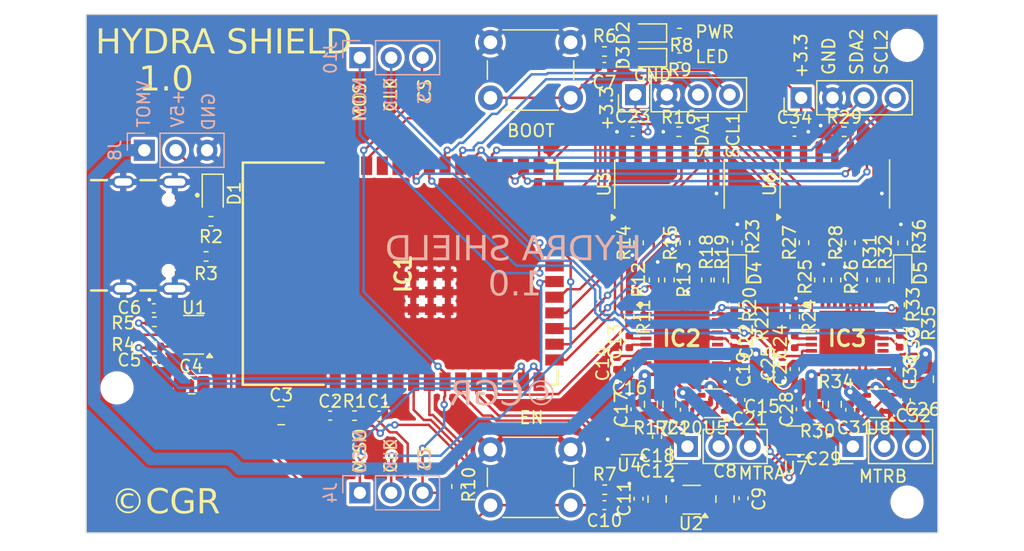
<source format=kicad_pcb>
(kicad_pcb (version 20241229) (generator "pcbnew") (generator_version "9.0")
  (layers (0 "F.Cu" signal) (2 "B.Cu" signal) (13 "F.Paste" user) (15 "B.Paste" user) (5 "F.SilkS" user "F.Silkscreen") (7 "B.SilkS" user "B.Silkscreen") (1 "F.Mask" user) (3 "B.Mask" user) (25 "Edge.Cuts" user))
  (net 0 "")
  (net 1 "GND")
  (net 2 "+3.3V")
  (net 3 "VMOT")
  (net 4 "Net-(IC2-VCP)")
  (net 5 "/Driver_Unit/SGND1")
  (net 6 "/Driver_Unit/SGND2")
  (net 7 "Net-(IC2-CPH)")
  (net 8 "Net-(IC2-CPL)")
  (net 9 "/Driver_Unit1/SGND1")
  (net 10 "/Driver_Unit1/SGND2")
  (net 11 "/GPIO0")
  (net 12 "+5V")
  (net 13 "/CHIP_PU")
  (net 14 "/Driver_Unit/FAULT")
  (net 15 "Net-(D2-K)")
  (net 16 "/Driver_Unit1/FAULT")
  (net 17 "Net-(D4-K)")
  (net 18 "/OUT3A")
  (net 19 "/Driver_Unit/EN2")
  (net 20 "/IN3HA")
  (net 21 "/RESET")
  (net 22 "/Driver_Unit/EN3")
  (net 23 "/OUT2A")
  (net 24 "/OUT1A")
  (net 25 "/IN2HA")
  (net 26 "/IN1HA")
  (net 27 "/SLEEP")
  (net 28 "/Driver_Unit/EN1")
  (net 29 "/Driver_Unit1/EN2")
  (net 30 "/Driver_Unit1/EN1")
  (net 32 "/IN1HB")
  (net 33 "/IN3HB")
  (net 34 "/OUT1B")
  (net 35 "Net-(IC2-NCOMPO)")
  (net 38 "/Driver_Unit1/EN3")
  (net 41 "/OUT2B")
  (net 42 "/OUT3B")
  (net 44 "/IN2HB")
  (net 45 "/MISO")
  (net 46 "/SENSE2A")
  (net 47 "/SDA2")
  (net 48 "/SCL1")
  (net 49 "/D+")
  (net 50 "/MOSI")
  (net 51 "/CS")
  (net 52 "/SENSE2B")
  (net 53 "/SENSE1A")
  (net 54 "/SCL2")
  (net 55 "/SDA1")
  (net 56 "/D-")
  (net 57 "/CLK")
  (net 58 "/SENSE1B")
  (net 59 "/IN1LA")
  (net 60 "/IN2LA")
  (net 61 "/IN3LA")
  (net 62 "/IN1LB")
  (net 63 "/IN2LB")
  (net 64 "/IN3LB")
  (net 65 "Net-(D1-A)")
  (net 66 "Net-(C5-Pad1)")
  (net 67 "Net-(C6-Pad1)")
  (net 68 "Net-(IC3-CPH)")
  (net 69 "Net-(IC3-CPL)")
  (net 70 "Net-(IC3-VCP)")
  (net 71 "Net-(D3-K)")
  (net 72 "Net-(D5-K)")
  (net 74 "/LED")
  (net 81 "Net-(IC3-NCOMPO)")
  (net 88 "Net-(J1-CC2)")
  (net 89 "Net-(J1-DN1)")
  (net 90 "Net-(J1-DP1)")
  (net 91 "Net-(J1-CC1)")
  (footprint "Capacitor_SMD:C_0402_1005Metric" (layer "F.Cu") (at 44.75 39.23 90)
    (property "Reference" "C11")
    (property "Value" "0.1u")
  )
  (footprint "Package_SO:SOIC-14_3.9x8.7mm_P1.27mm" (layer "F.Cu") (at 47.25 13.75 90)
    (property "Reference" "U3")
    (property "Value" "74HC32")
  )
  (footprint "Resistor_SMD:R_0402_1005Metric" (layer "F.Cu") (at 10.11 16.75)
    (property "Reference" "R2")
    (property "Value" "5.1kΩ")
  )
  (footprint "Touchstone:ESP32S3WROOM1N4" (layer "F.Cu") (at 25.69 21 90)
    (property "Reference" "IC1")
    (property "Value" "ESP32-S3-WROOM-1-N4" (hide yes))
  )
  (footprint "Resistor_SMD:R_0402_1005Metric" (layer "F.Cu") (at 50.25 21.51 90)
    (property "Reference" "R18")
    (property "Value" "3.3k")
  )
  (footprint "Connector_PinHeader_2.54mm:PinHeader_1x04_P2.54mm_Vertical" (layer "F.Cu") (at 44.5 6.5 90)
    (property "Reference" "J11" (hide yes))
    (property "Value" "Conn_01x04")
  )
  (footprint "LED_SMD:LED_0603_1608Metric" (layer "F.Cu") (at 52.75 20.9625 -90)
    (property "Reference" "D4")
    (property "Value" "LED")
  )
  (footprint "Resistor_SMD:R_0402_1005Metric" (layer "F.Cu") (at 58.15 18.49 90)
    (property "Reference" "R27")
    (property "Value" "3.3k")
  )
  (footprint "Capacitor_SMD:C_0402_1005Metric" (layer "F.Cu") (at 57.4 28.73 90)
    (property "Reference" "C27")
    (property "Value" "0.1u")
  )
  (footprint "Resistor_SMD:R_0402_1005Metric" (layer "F.Cu") (at 66.15 18.51 90)
    (property "Reference" "R36")
    (property "Value" "500")
  )
  (footprint "Resistor_SMD:R_0402_1005Metric" (layer "F.Cu") (at 46 21.51 -90)
    (property "Reference" "R12")
    (property "Value" "3.3k")
  )
  (footprint "Capacitor_SMD:C_0402_1005Metric" (layer "F.Cu") (at 5.555 28 180)
    (property "Reference" "C5")
    (property "Value" "20p")
  )
  (footprint "Capacitor_SMD:C_0402_1005Metric" (layer "F.Cu") (at 41.98 39.75)
    (property "Reference" "C10")
    (property "Value" "0.1u")
  )
  (footprint "Resistor_SMD:R_0402_1005Metric" (layer "F.Cu") (at 51.25 21.51 90)
    (property "Reference" "R19")
    (property "Value" "3.3k")
  )
  (footprint "Capacitor_SMD:C_0402_1005Metric" (layer "F.Cu") (at 19.77 32.5)
    (property "Reference" "C2")
    (property "Value" "0.1u")
  )
  (footprint "Diode_SMD:D_SOD-323" (layer "F.Cu") (at 10.25 14.55 -90)
    (property "Reference" "D1")
    (property "Value" "BAT60A")
  )
  (footprint "Capacitor_SMD:C_0402_1005Metric" (layer "F.Cu") (at 44.5 31.98 90)
    (property "Reference" "C17")
    (property "Value" "0.1u")
  )
  (footprint "Capacitor_SMD:C_0402_1005Metric" (layer "F.Cu") (at 53.25 39.19 90)
    (property "Reference" "C9")
    (property "Value" "0.1u")
  )
  (footprint "Connector_PinHeader_2.54mm:PinHeader_1x03_P2.54mm_Vertical" (layer "F.Cu") (at 48.71 35 90)
    (property "Reference" "J6" (hide yes))
    (property "Value" "Conn_01x03")
  )
  (footprint "Resistor_SMD:R_0402_1005Metric" (layer "F.Cu") (at 5.525 24.9)
    (property "Reference" "R5")
    (property "Value" "22Ω")
  )
  (footprint "Package_SO:SOIC-14_3.9x8.7mm_P1.27mm" (layer "F.Cu") (at 60.65 13.725 90)
    (property "Reference" "U6")
    (property "Value" "74HC32")
  )
  (footprint "Resistor_SMD:R_0402_1005Metric" (layer "F.Cu") (at 52.75 18.51 90)
    (property "Reference" "R23")
    (property "Value" "500")
  )
  (footprint "Touchstone:GCT_USB4105-GF-A" (layer "F.Cu") (at 3 17.89 -90)
    (property "Reference" "J1" (hide yes))
    (property "Value" "USB4105-GF-A")
  )
  (footprint "Capacitor_SMD:C_0402_1005Metric" (layer "F.Cu") (at 65.9 28.73 90)
    (property "Reference" "C30")
    (property "Value" "0.1u")
  )
  (footprint "Capacitor_SMD:C_0402_1005Metric" (layer "F.Cu") (at 53 31.23 90)
    (property "Reference" "C21")
    (property "Value" "0.1u")
  )
  (footprint "Capacitor_SMD:C_0402_1005Metric" (layer "F.Cu") (at 44 26.51 90)
    (property "Reference" "C13")
    (property "Value" "0.01u")
  )
  (footprint "Capacitor_SMD:C_0402_1005Metric" (layer "F.Cu") (at 61.9 32.02 90)
    (property "Reference" "C31")
    (property "Value" "0.1u")
  )
  (footprint "Capacitor_SMD:C_0402_1005Metric" (layer "F.Cu") (at 56.4 28.27 90)
    (property "Reference" "C25")
    (property "Value" "0.1u")
  )
  (footprint "Package_TO_SOT_SMD:SOT-363_SC-70-6" (layer "F.Cu") (at 44.05 34.5 180)
    (property "Reference" "U4")
    (property "Value" "INA199xxDCK")
  )
  (footprint "Capacitor_SMD:C_0805_2012Metric" (layer "F.Cu") (at 46.25 39.26 90)
    (property "Reference" "C12")
    (property "Value" "10u")
  )
  (footprint "Button_Switch_THT:SW_PUSH_6mm" (layer "F.Cu") (at 32.75 35.25)
    (property "Reference" "SW2" (hide yes))
    (property "Value" "SW_SPST")
  )
  (footprint "Touchstone:QFN50P600X600X100-37N-D" (layer "F.Cu") (at 48.25 26.25)
    (property "Reference" "IC2")
    (property "Value" "DRV8313RHHR" (hide yes))
  )
  (footprint "Resistor_SMD:R_0402_1005Metric" (layer "F.Cu") (at 61.9 18.49 90)
    (property "Reference" "R28")
    (property "Value" "3.3k")
  )
  (footprint "Resistor_SMD:R_0402_1005Metric" (layer "F.Cu") (at 47.25 21.51 -90)
    (property "Reference" "R13")
    (property "Value" "3.3k")
  )
  (footprint "LED_SMD:LED_0603_1608Metric" (layer "F.Cu") (at 66.15 20.9625 -90)
    (property "Reference" "D5")
    (property "Value" "LED" (hide yes))
  )
  (footprint "MountingHole:MountingHole_2.2mm_M2" (layer "F.Cu") (at 66.5 2.5)
    (property "Reference" "REF**" (hide yes))
    (property "Value" "MountingHole_2.2mm_M2")
  )
  (footprint "Connector_PinHeader_2.54mm:PinHeader_1x03_P2.54mm_Vertical" (layer "F.Cu") (at 62.11 35 90)
    (property "Reference" "J12" (hide yes))
    (property "Value" "Conn_01x03")
  )
  (footprint "Capacitor_SMD:C_0402_1005Metric" (layer "F.Cu") (at 57.38 9.5)
    (property "Reference" "C34")
    (property "Value" "0.1u")
  )
  (footprint "Resistor_SMD:R_0402_1005Metric" (layer "F.Cu") (at 60.75 21.51 -90)
    (property "Reference" "R26")
    (property "Value" "3.3k")
  )
  (footprint "Resistor_SMD:R_0402_1005Metric" (layer "F.Cu") (at 5.525 26.9)
    (property "Reference" "R4")
    (property "Value" "22Ω")
  )
  (footprint "Package_TO_SOT_SMD:SOT-363_SC-70-6" (layer "F.Cu") (at 64.2 31.5 180)
    (property "Reference" "U8")
    (property "Value" "INA199xxDCK")
  )
  (footprint "Capacitor_SMD:C_0402_1005Metric" (layer "F.Cu") (at 52.5 26.48 90)
    (property "Reference" "C22")
    (property "Value" "0.47u")
  )
  (footprint "Capacitor_SMD:C_0805_2012Metric" (layer "F.Cu") (at 54.5 29.55 90)
    (property "Reference" "C15")
    (property "Value" "10u")
  )
  (footprint "Resistor_SMD:R_0402_1005Metric" (layer "F.Cu") (at 42.01 38.5 180)
    (property "Reference" "R7")
    (property "Value" "10k")
  )
  (footprint "Button_Switch_THT:SW_PUSH_6mm" (layer "F.Cu") (at 32.75 2.25)
    (property "Reference" "SW1" (hide yes))
    (property "Value" "SW_SPST")
  )
  (footprint "Capacitor_SMD:C_0402_1005Metric" (layer "F.Cu") (at 52.5 28.73 90)
    (property "Reference" "C19")
    (property "Value" "0.1u")
  )
  (footprint "LED_SMD:LED_0603_1608Metric" (layer "F.Cu") (at 45.5375 3.5 180)
    (property "Reference" "D3")
    (property "Value" "LED")
  )
  (footprint "Resistor_SMD:R_0402_1005Metric" (layer "F.Cu") (at 30 38.24 90)
    (property "Reference" "R10")
    (property "Value" "10k")
  )
  (footprint "Touchstone:QFN50P600X600X100-37N-D" (layer "F.Cu") (at 61.65 26.25)
    (property "Reference" "IC3")
    (property "Value" "DRV8313RHHR" (hide yes))
  )
  (footprint "Capacitor_SMD:C_0402_1005Metric" (layer "F.Cu") (at 59.65 34.23 90)
    (property "Reference" "C29")
    (property "Value" "0.1u")
  )
  (footprint "Resistor_SMD:R_0402_1005Metric" (layer "F.Cu") (at 48.065 1.5)
    (property "Reference" "R8")
    (property "Value" "500")
  )
  (footprint "Capacitor_SMD:C_0402_1005Metric" (layer "F.Cu") (at 43 28.27 90)
    (property "Reference" "C14")
    (property "Value" "0.1u")
  )
  (footprint "Capacitor_SMD:C_0402_1005Metric" (layer "F.Cu") (at 57.4 26.52 90)
    (property "Reference" "C24")
    (property "Value" "0.01u")
  )
  (footprint "Resistor_SMD:R_0402_1005Metric" (layer "F.Cu") (at 48.01 9.5)
    (property "Reference" "R16")
    (property "Value" "3.3k")
  )
  (footprint "Resistor_SMD:R_0402_1005Metric" (layer "F.Cu") (at 41.99 3 180)
    (property "Reference" "R6")
    (property "Value" "10k")
  )
  (footprint "Capacitor_SMD:C_0402_1005Metric" (layer "F.Cu") (at 44 28.73 90)
    (property "Reference" "C16")
    (property "Value" "0.1u")
  )
  (footprint "Capacitor_SMD:C_0402_1005Metric" (layer "F.Cu") (at 46.25 34.23 90)
    (property "Reference" "C18")
    (property "Value" "0.1u")
  )
  (footprint "Resistor_SMD:R_0402_1005Metric" (layer "F.Cu") (at 9.71 19.6)
    (property "Reference" "R3")
    (property "Value" "5.1kΩ")
  )
  (footprint "Resistor_SMD:R_0402_1005Metric" (layer "F.Cu") (at 48.085 3.5)
    (property "Reference" "R9")
    (property "Value" "500")
  )
  (footprint "Resistor_SMD:R_0402_1005Metric" (layer "F.Cu") (at 65.9 23.51 90)
    (property "Reference" "R33")
    (property "Value" "3.3k")
  )
  (footprint "Resistor_SMD:R_0402_1005Metric" (layer "F.Cu") (at 66.39 25)
    (property "Reference" "R35")
    (property "Value" "3.3k")
  )
  (footprint "Capacitor_SMD:C_0805_2012Metric" (layer "F.Cu") (at 51.75 39.26 90)
    (property "Reference" "C8")
    (property "Value" "10u")
  )
  (footprint "Resistor_SMD:R_0402_1005Metric" (layer "F.Cu") (at 21.74 32.5)
    (property "Reference" "R1")
    (property "Value" "10k")
  )
  (footprint "Package_TO_SOT_SMD:SOT-363_SC-70-6" (layer "F.Cu") (at 57.45 34.5 180)
    (property "Reference" "U7")
    (property "Value" "INA199xxDCK")
  )
  (footprint "Resistor_SMD:R_0402_1005Metric" (layer "F.Cu") (at 44.75 18.5 90)
    (property "Reference" "R14")
    (property "Value" "3.3k")
  )
  (footprint "Resistor_SMD:R_0402_1005Metric" (layer "F.Cu") (at 52.5 23.51 90)
    (property "Reference" "R20")
    (property "Value" "3.3k")
  )
  (footprint "Resistor_SMD:R_0402_1005Metric" (layer "F.Cu") (at 48.5 18.5 90)
    (property "Reference" "R15")
    (property "Value" "3.3k")
  )
  (footprint "Capacitor_SMD:C_0402_1005Metric" (layer "F.Cu") (at 57.9 31.98 90)
    (property "Reference" "C28")
    (property "Value" "0.1u")
  )
  (footprint "Resistor_SMD:R_0402_1005Metric" (layer "F.Cu") (at 59.4 21.51 -90)
    (property "Reference" "R25")
    (property "Value" "3.3k")
  )
  (footprint "Capacitor_SMD:C_0805_2012Metric" (layer "F.Cu") (at 15.8 32.5)
    (property "Reference" "C3")
    (property "Value" "10u")
  )
  (footprint "Capacitor_SMD:C_0402_1005Metric" (layer "F.Cu") (at 41.98 4.25)
    (property "Reference" "C7")
    (property "Value" "0.1u")
  )
  (footprint "Capacitor_SMD:C_0402_1005Metric" (layer "F.Cu") (at 23.73 32.5)
    (property "Reference" "C1")
    (property "Value" "0.1u")
  )
  (footprint "Capacitor_SMD:C_0402_1005Metric" (layer "F.Cu") (at 44.27 9.5 180)
    (property "Reference" "C23")
    (property "Value" "0.1u")
  )
  (footprint "Resistor_SMD:R_0603_1608Metric" (layer "F.Cu") (at 45.75 31.575 -90)
    (property "Reference" "R17")
    (property "Value" "25m")
  )
  (footprint "Resistor_SMD:R_0402_1005Metric" (layer "F.Cu") (at 64.65 21.51 90)
    (property "Reference" "R32")
    (property "Value" "3.3k")
  )
  (footprint "Connector_PinHeader_2.54mm:PinHeader_1x04_P2.54mm_Vertical" (layer "F.Cu") (at 57.92 6.75 90)
    (property "Reference" "J5" (hide yes))
    (property "Value" "Conn_01x04")
  )
  (footprint "Capacitor_SMD:C_0402_1005Metric" (layer "F.Cu") (at 66.4 31.23 90)
    (property "Reference" "C32")
    (property "Value" "0.1u")
  )
  (footprint "LED_SMD:LED_0603_1608Metric" (layer "F.Cu") (at 45.5375 1.5 180)
    (property "Reference" "D2")
    (property "Value" "LED")
  )
  (footprint "Capacitor_SMD:C_0805_2012Metric" (layer "F.Cu") (at 67.9 29.55 90)
    (property "Reference" "C26")
    (property "Value" "10u")
  )
  (footprint "MountingHole:MountingHole_2.2mm_M2" (layer "F.Cu") (at 2.5 30.25)
    (property "Reference" "REF**" (hide yes))
    (property "Value" "MountingHole_2.2mm_M2")
  )
  (footprint "Package_TO_SOT_SMD:SOT-23-6" (layer "F.Cu") (at 8.6975 25.95 180)
    (property "Reference" "U1")
    (property "Value" "USBLC6-2SC6")
  )
  (footprint "Resistor_SMD:R_0402_1005Metric" (layer "F.Cu") (at 61.41 9.5)
    (property "Reference" "R29")
    (property "Value" "3.3k")
  )
  (footprint "Resistor_SMD:R_0603_1608Metric" (layer "F.Cu") (at 60.65 31.575 -90)
    (property "Reference" "R34")
    (property "Value" "25m")
  )
  (footprint "Package_TO_SOT_SMD:SOT-353_SC-70-5" (layer "F.Cu") (at 49.05 39.31 180)
    (property "Reference" "U2")
    (property "Value" "MIC5365-3.3YC5")
  )
  (footprint "Resistor_SMD:R_0603_1608Metric" (layer "F.Cu") (at 59.15 31.575 -90)
    (property "Reference" "R30")
    (property "Value" "25m")
  )
  (footprint "Package_TO_SOT_SMD:SOT-363_SC-70-6" (layer "F.Cu") (at 50.8 31.5 180)
    (property "Reference" "U5")
    (property "Value" "INA199xxDCK")
  )
  (footprint "Capacitor_SMD:C_0402_1005Metric" (layer "F.Cu") (at 48.5 32.02 90)
    (property "Reference" "C20")
    (property "Value" "0.1u")
  )
  (footprint "Resistor_SMD:R_0402_1005Metric" (layer "F.Cu") (at 44 24.5 -90)
    (property "Reference" "R11")
    (property "Value" "3.3k")
  )
  (footprint "Resistor_SMD:R_0402_1005Metric" (layer "F.Cu") (at 63.65 21.51 90)
    (property "Reference" "R31")
    (property "Value" "3.3k")
  )
  (footprint "Capacitor_SMD:C_0402_1005Metric" (layer "F.Cu") (at 5.48 23.8 180)
    (property "Reference" "C6")
    (property "Value" "20p")
  )
  (footprint "MountingHole:MountingHole_2.2mm_M2" (layer "F.Cu") (at 66.5 39.5)
    (property "Reference" "REF**" (hide yes))
    (property "Value" "MountingHole_2.2mm_M2")
  )
  (footprint "Capacitor_SMD:C_0805_2012Metric" (layer "F.Cu") (at 8.55 30)
    (property "Reference" "C4")
    (property "Value" "10u")
  )
  (footprint "Resistor_SMD:R_0603_1608Metric" (layer "F.Cu") (at 47.25 31.575 -90)
    (property "Reference" "R21")
    (property "Value" "25m")
  )
  (footprint "Resistor_SMD:R_0402_1005Metric" (layer "F.Cu") (at 57.4 24.49 -90)
    (property "Reference" "R24")
    (property "Value" "3.3k")
  )
  (footprint "Resistor_SMD:R_0402_1005Metric" (layer "F.Cu") (at 52.99 25)
    (property "Reference" "R22")
    (property "Value" "3.3k")
  )
  (footprint "Capacitor_SMD:C_0402_1005Metric" (layer "F.Cu") (at 65.9 26.48 90)
    (property "Reference" "C33")
    (property "Value" "0.47u")
  )
  (footprint "Connector_PinHeader_2.54mm:PinHeader_1x03_P2.54mm_Vertical" (layer "B.Cu") (at 22.17 3.5 -90)
    (property "Reference" "J10")
    (property "Value" "Conn_01x03")
  )
  (footprint "Connector_PinHeader_2.54mm:PinHeader_1x03_P2.54mm_Vertical" (layer "B.Cu") (at 22.17 38.75 -90)
    (property "Reference" "J4")
    (property "Value" "Conn_01x03")
  )
  (footprint "Connector_PinHeader_2.54mm:PinHeader_1x03_P2.54mm_Vertical" (layer "B.Cu") (at 4.71 11 -90)
    (property "Reference" "J8")
    (property "Value" "Conn_01x03")
  )
  (gr_rect (start 0 0) (end 69 42) (stroke (width 0.1)) (fill no) (layer "Edge.Cuts"))
  (gr_text "+3.3" (at 42.75 9.5 90) (layer "F.SilkS") (effects (font (size 1 1)) (justify left bottom)))
  (gr_text "MTRA" (at 52.75 37.75 0) (layer "F.SilkS") (effects (font (size 1 1)) (justify left bottom)))
  (gr_text "CS" (at 28 37 90) (layer "F.SilkS") (effects (font (size 1 1)) (justify left bottom)))
  (gr_text "PWR" (at 49.25 2 0) (layer "F.SilkS") (effects (font (size 1 1)) (justify left bottom)))
  (gr_text "1.0" (at 4.25 6.5 0) (layer "F.SilkS") (effects (font (size 2 2)) (justify left bottom)))
  (gr_text "GND" (at 44.25 5.5 0) (layer "F.SilkS") (effects (font (size 1 1)) (justify left bottom)))
  (gr_text "CLK" (at 25.25 8 90) (layer "F.SilkS") (effects (font (size 1 1)) (justify left bottom)))
  (gr_text "©CGR" (at 2 40.75 0) (layer "F.SilkS") (effects (font (size 2 2)) (justify left bottom)))
  (gr_text "+3.3" (at 58.5 5.25 90) (layer "F.SilkS") (effects (font (size 1 1)) (justify left bottom)))
  (gr_text "BOOT" (at 34 10 0) (layer "F.SilkS") (effects (font (size 1 1)) (justify left bottom)))
  (gr_text "SCL2" (at 65 5 90) (layer "F.SilkS") (effects (font (size 1 1)) (justify left bottom)))
  (gr_text "SCL1" (at 53 11.75 90) (layer "F.SilkS") (effects (font (size 1 1)) (justify left bottom)))
  (gr_text "MTRB" (at 62.5 38 0) (layer "F.SilkS") (effects (font (size 1 1)) (justify left bottom)))
  (gr_text "SDA2" (at 63 5 90) (layer "F.SilkS") (effects (font (size 1 1)) (justify left bottom)))
  (gr_text "CLK" (at 25.25 37.25 90) (layer "F.SilkS") (effects (font (size 1 1)) (justify left bottom)))
  (gr_text "SDA1" (at 50.5 11.75 90) (layer "F.SilkS") (effects (font (size 1 1)) (justify left bottom)))
  (gr_text "EN" (at 35 33.25 0) (layer "F.SilkS") (effects (font (size 1 1)) (justify left bottom)))
  (gr_text "LED" (at 49.25 4 0) (layer "F.SilkS") (effects (font (size 1 1)) (justify left bottom)))
  (gr_text "CS" (at 28 7.25 90) (layer "F.SilkS") (effects (font (size 1 1)) (justify left bottom)))
  (gr_text "MISO" (at 22.75 37.25 90) (layer "F.SilkS") (effects (font (size 1 1)) (justify left bottom)))
  (gr_text "GND" (at 60.75 5 90) (layer "F.SilkS") (effects (font (size 1 1)) (justify left bottom)))
  (gr_text "MOSI" (at 22.75 8.75 90) (layer "F.SilkS") (effects (font (size 1 1)) (justify left bottom)))
  (gr_text "HYDRA SHIELD" (at 0.75 3.5 0) (layer "F.SilkS") (effects (font (size 2 2)) (justify left bottom)))
  (gr_text "©CGR" (at 38.25 32 0) (layer "B.SilkS") (effects (font (size 2 2)) (justify left bottom mirror)))
  (gr_text "+5V" (at 8 6 90) (layer "B.SilkS") (effects (font (size 1 1)) (justify left bottom mirror)))
  (gr_text "MISO" (at 22.75 33.5 90) (layer "B.SilkS") (effects (font (size 1 1)) (justify left bottom mirror)))
  (gr_text "CS" (at 28 5.25 90) (layer "B.SilkS") (effects (font (size 1 1)) (justify left bottom mirror)))
  (gr_text "HYDRA SHIELD" (at 45 20.25 0) (layer "B.SilkS") (effects (font (size 2 2)) (justify left bottom mirror)))
  (gr_text "1.0" (at 37 23.10187 0) (layer "B.SilkS") (effects (font (size 2 2)) (justify left bottom mirror)))
  (gr_text "CLK" (at 25.25 5 90) (layer "B.SilkS") (effects (font (size 1 1)) (justify left bottom mirror)))
  (gr_text "GND" (at 10.5 6.25 90) (layer "B.SilkS") (effects (font (size 1 1)) (justify left bottom mirror)))
  (gr_text "MOSI" (at 22.75 5 90) (layer "B.SilkS") (effects (font (size 1 1)) (justify left bottom mirror)))
  (gr_text "VMOT" (at 5.25 5.25 90) (layer "B.SilkS") (effects (font (size 1 1)) (justify left bottom mirror)))
  (gr_text "CS" (at 28 35 90) (layer "B.SilkS") (effects (font (size 1 1)) (justify left bottom mirror)))
  (gr_text "CLK" (at 25.25 34.25 90) (layer "B.SilkS") (effects (font (size 1 1)) (justify left bottom mirror)))
  (segment (start 61.9 32.5) (end 62.9 31.5) (width 0.2) (layer "F.Cu") (net 1))
  (segment (start 49.25 29.15) (end 49.25 27.25) (width 0.2) (layer "F.Cu") (net 1))
  (segment (start 52.15 38.71) (end 51.75 38.31) (width 0.2) (layer "F.Cu") (net 1))
  (segment (start 61.8 32.4) (end 61.9 32.5) (width 0.2) (layer "F.Cu") (net 1))
  (segment (start 64.55 25.75) (end 62.15 25.75) (width 0.2) (layer "F.Cu") (net 1))
  (segment (start 44.5 32.46) (end 44.5 32.75) (width 0.2) (layer "F.Cu") (net 1))
  (segment (start 62.65 29.15) (end 62.65 27.25) (width 0.2) (layer "F.Cu") (net 1))
  (segment (start 48.75 25.75) (end 48.25 26.25) (width 0.2) (layer "F.Cu") (net 1))
  (segment (start 48.75 23.35) (end 48.75 25.75) (width 0.2) (layer "F.Cu") (net 1))
  (segment (start 53.25 38.71) (end 52.15 38.71) (width 0.2) (layer "F.Cu") (net 1))
  (segment (start 64.55 26.25) (end 61.65 26.25) (width 0.2) (layer "F.Cu") (net 1))
  (segment (start 48.4 32.4) (end 48.5 32.5) (width 0.2) (layer "F.Cu") (net 1))
  (segment (start 64.55 26.25) (end 65.19 26.25) (width 0.2) (layer "F.Cu") (net 1))
  (segment (start 49.75 29.15) (end 49.75 27.75) (width 0.2) (layer "F.Cu") (net 1))
  (segment (start 45.35 25.25) (end 47.25 25.25) (width 0.2) (layer "F.Cu") (net 1))
  (segment (start 45.75 32.4) (end 44.56 32.4) (width 0.2) (layer "F.Cu") (net 1))
  (segment (start 65.9 29.21) (end 65.29 29.21) (width 0.2) (layer "F.Cu") (net 1))
  (segment (start 62.15 22.40819) (end 62.154095 22.404095) (width 0.2) (layer "F.Cu") (net 1))
  (segment (start 64.46 16.2) (end 64.46 14.501) (width 0.2) (layer "F.Cu") (net 1))
  (segment (start 43.1 34.5) (end 42.33213 34.5) (width 0.2) (layer "F.Cu") (net 1))
  (segment (start 43.726 33.58113) (end 43.726 34.11887) (width 0.2) (layer "F.Cu") (net 1))
  (segment (start 64.46 14.501) (end 64.461 14.5) (width 0.2) (layer "F.Cu") (net 1))
  (segment (start 42.46 4.25) (end 42.75 4.25) (width 0.2) (layer "F.Cu") (net 1))
  (segment (start 48.75 23.35) (end 48.75 22.5) (width 0.2) (layer "F.Cu") (net 1))
  (segment (start 63.15 29.15) (end 63.15 27.75) (width 0.2) (layer "F.Cu") (net 1))
  (segment (start 44.5 32.75) (end 43.697435 33.552565) (width 0.2) (layer "F.Cu") (net 1))
  (segment (start 57.5 30.5) (end 57.5 30.25) (width 0.2) (layer "F.Cu") (net 1))
  (segment (start 56.5 34.351) (end 56.89387 34.351) (width 0.2) (layer "F.Cu") (net 1))
  (segment (start 66.15 17.15) (end 66 17) (width 0.2) (layer "F.Cu") (net 1))
  (segment (start 48.5 19.01) (end 47.51 19.01) (width 0.2) (layer "F.Cu") (net 1))
  (segment (start 64.55 27.75) (end 63.15 27.75) (width 0.2) (layer "F.Cu") (net 1))
  (segment (start 52.5 29.21) (end 52.29 29.21) (width 0.2) (layer "F.Cu") (net 1))
  (segment (start 57.9 32.85) (end 57.9 32.46) (width 0.2) (layer "F.Cu") (net 1))
  (segment (start 43.79 9.5) (end 43 9.5) (width 0.2) (layer "F.Cu") (net 1))
  (segment (start 60.9 9.5) (end 60 9.5) (width 0.2) (layer "F.Cu") (net 1))
  (segment (start 62.15 23.35) (end 62.15 25.75) (width 0.2) (layer "F.Cu") (net 1))
  (segment (start 44.75 19.01) (end 44.74 19.01) (width 0.2) (layer "F.Cu") (net 1))
  (segment (start 58.4 35.15) (end 58.35 35.15) (width 0.2) (layer "F.Cu") (net 1))
  (segment (start 60.65 32.4) (end 61.8 32.4) (width 0.2) (layer "F.Cu") (net 1))
  (segment (start 49.25 25.25) (end 48.25 26.25) (width 0.2) (layer "F.Cu") (net 1))
  (segment (start 42.33213 34.5) (end 42.25 34.41787) (width 0.2) (layer "F.Cu") (net 1))
  (segment (start 59.4 21) (end 59.4 20.56113) (width 0.2) (layer "F.Cu") (net 1))
  (segment (start 57.9 32.46) (end 59.09 32.46) (width 0.2) (layer "F.Cu") (net 1))
  (segment (start 60.65 25.25) (end 61.65 26.25) (width 0.2) (layer "F.Cu") (net 1))
  (segment (start 47.51 19.01) (end 47.5 19) (width 0.2) (layer "F.Cu") (net 1))
  (segment (start 62.15 25.75) (end 61.65 26.25) (width 0.2) (layer "F.Cu") (net 1))
  (segment (start 60 9.5) (end 59.5 9) (width 0.2) (layer "F.Cu") (net 1))
  (segment (start 43.726 34.11887) (end 43.49387 34.351) (width 0.2) (layer "F.Cu") (net 1))
  (segment (start 62.65 27.25) (end 61.65 26.25) (width 0.2) (layer "F.Cu") (net 1))
  (segment (start 56.89387 34.351) (end 57.126 34.11887) (width 0.2) (layer "F.Cu") (net 1))
  (segment (start 42.46 39.96) (end 43 40.5) (width 0.2) (layer "F.Cu") (net 1))
  (segment (start 57.126 34.11887) (end 57.126 33.624) (width 0.2) (layer "F.Cu") (net 1))
  (segment (start 42.46 39.75) (end 42.46 39.96) (width 0.2) (layer "F.Cu") (net 1))
  (segment (start 52.29 29.21) (end 51.75 29.75) (width 0.2) (layer "F.Cu") (net 1))
  (segment (start 24.21 31.54) (end 24.25 31.5) (width 0.2) (layer "F.Cu") (net 1))
  (segment (start 62.65 25.25) (end 61.65 26.25) (width 0.2) (layer "F.Cu") (net 1))
  (segment (start 66.15 18) (end 66.15 17.15) (width 0.2) (layer "F.Cu") (net 1))
  (segment (start 47.25 32.4) (end 48.4 32.4) (width 0.2) (layer "F.Cu") (net 1))
  (segment (start 59.4 20.56113) (end 59.730565 20.230565) (width 0.2) (layer "F.Cu") (net 1))
  (segment (start 44.74 19.01) (end 44.25 19.5) (width 0.2) (layer "F.Cu") (net 1))
  (segment (start 44.75 38.75) (end 44 38) (width 0.2) (layer "F.Cu") (net 1))
  (segment (start 62.9 31.5) (end 63.25 31.5) (width 0.2) (layer "F.Cu") (net 1))
  (segment (start 57.86 9.5) (end 58.5 9.5) (width 0.2) (layer "F.Cu") (net 1))
  (segment (start 51.06 16.225) (end 51.06 14.501) (width 0.2) (layer "F.Cu") (net 1))
  (segment (start 51.15 27.75) (end 49.75 27.75) (width 0.2) (layer "F.Cu") (net 1))
  (segment (start 65.19 26.25) (end 65.9 26.96) (width 0.2) (layer "F.Cu") (net 1))
  (segment (start 5 23.8) (end 5 23.214013) (width 0.2) (layer "F.Cu") (net 1))
  (segment (start 43.1 34.351) (end 43.1 34.5) (width 0.2) (layer "F.Cu") (net 1))
  (segment (start 45 35.15) (end 45 35.951) (width 0.2) (layer "F.Cu") (net 1))
  (segment (start 44.56 32.4) (end 44.5 32.46) (width 0.2) (layer "F.Cu") (net 1))
  (segment (start 43.49387 34.351) (end 43.1 34.351) (width 0.2) (layer "F.Cu") (net 1))
  (segment (start 43.697435 33.552565) (end 43.726 33.58113) (width 0.2) (layer "F.Cu") (net 1))
  (segment (start 46.94 38.31) (end 47.5 37.75) (width 0.2) (layer "F.Cu") (net 1))
  (segment (start 57.4 30.15) (end 57.4 29.21) (width 0.2) (layer "F.Cu") (net 1))
  (segment (start 24.21 32.5) (end 24.21 31.54) (width 0.2) (layer "F.Cu") (net 1))
  (segment (start 49.5 31.5) (end 49.85 31.5) (width 0.2) (layer "F.Cu") (net 1))
  (segment (start 46.25 38.31) (end 45.19 38.31) (width 0.2) (layer "F.Cu") (net 1))
  (segment (start 65.29 29.21) (end 65 29.5) (width 0.2) (layer "F.Cu") (net 1))
  (segment (start 62.15 23.35) (end 62.15 22.40819) (width 0.2) (layer "F.Cu") (net 1))
  (segment (start 49.75 27.75) (end 48.25 26.25) (width 0.2) (layer "F.Cu") (net 1))
  (segment (start 56.5 34.5) (end 56.5 34.351) (width 0.2) (layer "F.Cu") (net 1))
  (segment (start 47.5 9.5) (end 46.75 9.5) (width 0.2) (layer "F.Cu") (net 1))
  (segment (start 51.06 14.501) (end 51.061 14.5) (width 0.2) (layer "F.Cu") (net 1))
  (segment (start 60.92147 21) (end 61.460735 20.460735) (width 0.2) (layer "F.Cu") (net 1))
  (segment (start 60.75 21) (end 60.92147 21) (width 0.2) (layer "F.Cu") (net 1))
  (segment (start 46.25 38.31) (end 46.94 38.31) (width 0.2) (layer "F.Cu") (net 1))
  (segment (start 57.4 23.1) (end 57.5 23) (width 0.2) (layer "F.Cu") (net 1))
  (segment (start 51.79 26.25) (end 52.5 26.96) (width 0.2) (layer "F.Cu") (net 1))
  (segment (start 63.15 27.75) (end 61.65 26.25) (width 0.2) (layer "F.Cu") (net 1))
  (segment (start 45.19 38.31) (end 44.75 38.75) (width 0.2) (layer "F.Cu") (net 1))
  (segment (start 51.15 25.75) (end 48.75 25.75) (width 0.2) (layer "F.Cu") (net 1))
  (segment (start 61.9 19) (end 61 19) (width 0.2) (layer "F.Cu") (net 1))
  (segment (start 57.5 30.25) (end 57.4 30.15) (width 0.2) (layer "F.Cu") (net 1))
  (segment (start 61.65 23.35) (end 61.65 26.25) (width 0.2) (layer "F.Cu") (net 1))
  (segment (start 62.65 23.35) (end 62.65 25.25) (width 0.2) (layer "F.Cu") (net 1))
  (segment (start 48.5 32.5) (end 49.5 31.5) (width 0.2) (layer "F.Cu") (net 1))
  (segment (start 46 21) (end 46 20.34853) (width 0.2) (layer "F.Cu") (net 1))
  (segment (start 47.25 21) (end 48 20.25) (width 0.2) (layer "F.Cu") (net 1))
  (segment (start 49.25 23.35) (end 49.25 25.25) (width 0.2) (layer "F.Cu") (net 1))
  (segment (start 51.15 26.25) (end 51.79 26.25) (width 0.2) (layer "F.Cu") (net 1))
  (segment (start 44 29.21) (end 44 30.75) (width 0.2) (layer "F.Cu") (net 1))
  (segment (start 42.75 4.25) (end 43.200735 3.799265) (width 0.2) (layer "F.Cu") (net 1))
  (segment (start 57.4 23.98) (end 57.4 23.1) (width 0.2) (layer "F.Cu") (net 1))
  (segment (start 48.25 23.35) (end 48.25 26.25) (width 0.2) (layer "F.Cu") (net 1))
  (segment (start 46 20.34853) (end 46.299265 20.049265) (width 0.2) (layer "F.Cu") (net 1))
  (segment (start 49.25 27.25) (end 48.25 26.25) (width 0.2) (layer "F.Cu") (net 1))
  (segment (start 57.126 33.624) (end 57.9 32.85) (width 0.2) (layer "F.Cu") (net 1))
  (segment (start 47.25 25.25) (end 48.25 26.25) (width 0.2) (layer "F.Cu") (net 1))
  (segment (start 5 23.214013) (end 5.114013 23.1) (width 0.2) (layer "F.Cu") (net 1))
  (segment (start 52.75 18) (end 52.75 17) (width 0.2) (layer "F.Cu") (net 1))
  (segment (start 51.15 26.25) (end 48.25 26.25) (width 0.2) (layer "F.Cu") (net 1))
  (segment (start 58.35 35.15) (end 57.75 35.75) (width 0.2) (layer "F.Cu") (net 1))
  (segment (start 59.09 32.46) (end 59.15 32.4) (width 0.2) (layer "F.Cu") (net 1))
  (segment (start 58.75 25.25) (end 60.65 25.25) (width 0.2) (layer "F.Cu") (net 1))
  (via (at 64.461 14.5) (size 0.6) (drill 0.3) (layers "F.Cu" "B.Cu") (net 1))
  (via (at 59.730565 20.230565) (size 0.6) (drill 0.3) (layers "F.Cu" "B.Cu") (net 1))
  (via (at 43.200735 3.799265) (size 0.6) (drill 0.3) (layers "F.Cu" "B.Cu") (net 1))
  (via (at 59.5 9) (size 0.6) (drill 0.3) (layers "F.Cu" "B.Cu") (net 1))
  (via (at 51.061 14.5) (size 0.6) (drill 0.3) (layers "F.Cu" "B.Cu") (net 1))
  (via (at 44 38) (size 0.6) (drill 0.3) (layers "F.Cu" "B.Cu") (net 1))
  (via (at 57.5 30.5) (size 0.6) (drill 0.3) (layers "F.Cu" "B.Cu") (net 1))
  (via (at 52.75 17) (size 0.6) (drill 0.3) (layers "F.Cu" "B.Cu") (net 1))
  (via (at 44 30.75) (size 0.6) (drill 0.3) (layers "F.Cu" "B.Cu") (net 1))
  (via (at 61 19) (size 0.6) (drill 0.3) (layers "F.Cu" "B.Cu") (net 1))
  (via (at 5.114013 23.1) (size 0.6) (drill 0.3) (layers "F.Cu" "B.Cu") (net 1))
  (via (at 44.25 19.5) (size 0.6) (drill 0.3) (layers "F.Cu" "B.Cu") (net 1))
  (via (at 48 20.25) (size 0.6) (drill 0.3) (layers "F.Cu" "B.Cu") (net 1))
  (via (at 47.5 37.75) (size 0.6) (drill 0.3) (layers "F.Cu" "B.Cu") (net 1))
  (via (at 58.5 9.5) (size 0.6) (drill 0.3) (layers "F.Cu" "B.Cu") (net 1))
  (via (at 47.5 19) (size 0.6) (drill 0.3) (layers "F.Cu" "B.Cu") (net 1))
  (via (at 46.299265 20.049265) (size 0.6) (drill 0.3) (layers "F.Cu" "B.Cu") (net 1))
  (via (at 46.75 9.5) (size 0.6) (drill 0.3) (layers "F.Cu" "B.Cu") (net 1))
  (via (at 65 29.5) (size 0.6) (drill 0.3) (layers "F.Cu" "B.Cu") (net 1))
  (via (at 61.460735 20.460735) (size 0.6) (drill 0.3) (layers "F.Cu" "B.Cu") (net 1))
  (via (at 66 17) (size 0.6) (drill 0.3) (layers "F.Cu" "B.Cu") (net 1))
  (via (at 57.5 23) (size 0.6) (drill 0.3) (layers "F.Cu" "B.Cu") (net 1))
  (via (at 62.154095 22.404095) (size 0.6) (drill 0.3) (layers "F.Cu" "B.Cu") (net 1))
  (via (at 42.25 34.41787) (size 0.6) (drill 0.3) (layers "F.Cu" "B.Cu") (net 1))
  (via (at 45 35.951) (size 0.6) (drill 0.3) (layers "F.Cu" "B.Cu") (net 1))
  (via (at 43 9.5) (size 0.6) (drill 0.3) (layers "F.Cu" "B.Cu") (net 1))
  (via (at 57.75 35.75) (size 0.6) (drill 0.3) (layers "F.Cu" "B.Cu") (net 1))
  (via (at 43 40.5) (size 0.6) (drill 0.3) (layers "F.Cu" "B.Cu") (net 1))
  (via (at 24.25 31.5) (size 0.6) (drill 0.3) (layers "F.Cu" "B.Cu") (net 1))
  (via (at 51.75 29.75) (size 0.6) (drill 0.3) (layers "F.Cu" "B.Cu") (net 1))
  (via (at 48.75 22.5) (size 0.6) (drill 0.3) (layers "F.Cu" "B.Cu") (net 1))
  (segment (start 65.9 23) (end 66.1161 23) (width 0.2) (layer "F.Cu") (net 2))
  (segment (start 30 35.498) (end 27.751 33.249) (width 0.2) (layer "F.Cu") (net 2))
  (segment (start 52.75 23) (end 52.5 23) (width 0.2) (layer "F.Cu") (net 2))
  (segment (start 65.9 26) (end 66.054583 26) (width 0.2) (layer "F.Cu") (net 2))
  (segment (start 53.060271 26.419191) (end 53.558157 26.419191) (width 0.2) (layer "F.Cu") (net 2))
  (segment (start 53.5 25) (end 53.5 24) (width 0.2) (layer "F.Cu") (net 2))
  (segment (start 41.75 37.73) (end 30 37.73) (width 0.2) (layer "F.Cu") (net 2))
  (segment (start 55.67 4.5) (end 57.92 6.75) (width 0.2) (layer "F.Cu") (net 2))
  (segment (start 21.45 29.75) (end 21.45 31.3) (width 0.2) (layer "F.Cu") (net 2))
  (segment (start 57.92 8.48) (end 56.9 9.5) (width 0.2) (layer "F.Cu") (net 2))
  (segment (start 42.52 38.5) (end 41.75 37.73) (width 0.2) (layer "F.Cu") (net 2))
  (segment (start 51.125 31.76987) (end 51.125 31.125) (width 0.2) (layer "F.Cu") (net 2))
  (segment (start 64.825001 30.85) (end 65.15 30.85) (width 0.2) (layer "F.Cu") (net 2))
  (segment (start 62.268 33.482) (end 62.4851 33.482) (width 0.2) (layer "F.Cu") (net 2))
  (segment (start 44.75 39.71) (end 43.73 39.71) (width 0.2) (layer "F.Cu") (net 2))
  (segment (start 65.15 30.85) (end 66.3 30.85) (width 0.2) (layer "F.Cu") (net 2))
  (segment (start 53.526 21.3099) (end 53.526 22.224) (width 0.2) (layer "F.Cu") (net 2))
  (segment (start 63.876 31.88113) (end 63.872435 31.877565) (width 0.2) (layer "F.Cu") (net 2))
  (segment (start 64.524 31.151001) (end 64.825001 30.85) (width 0.2) (layer "F.Cu") (net 2))
  (segment (start 51.125 31.125) (end 51.4 30.85) (width 0.2) (layer "F.Cu") (net 2))
  (segment (start 66.675 30.475) (end 66.4 30.75) (width 0.2) (layer "F.Cu") (net 2))
  (segment (start 53.78984 29.699) (end 53 30.48884) (width 0.2) (layer "F.Cu") (net 2))
  (segment (start 56.84 11.25) (end 56.84 9.56) (width 0.2) (layer "F.Cu") (net 2))
  (segment (start 54.113674 25.863674) (end 55.21016 26.96016) (width 0.2) (layer "F.Cu") (net 2))
  (segment (start 49.07042 33.82445) (end 50.822435 32.072435) (width 0.2) (layer "F.Cu") (net 2))
  (segment (start 51.75 25.25) (end 52.5 26) (width 0.2) (layer "F.Cu") (net 2))
  (segment (start 63.64387 32.651) (end 63.876 32.41887) (width 0.2) (layer "F.Cu") (net 2))
  (segment (start 17.361 33.111) (end 16.75 32.5) (width 0.2) (layer "F.Cu") (net 2))
  (segment (start 57.92 6.75) (end 57.92 8.48) (width 0.2) (layer "F.Cu") (net 2))
  (segment (start 21.45 31.3) (end 20.25 32.5) (width 0.2) (layer "F.Cu") (net 2))
  (segment (start 63.872435 31.877565) (end 64.524 31.226) (width 0.2) (layer "F.Cu") (net 2))
  (segment (start 56.84 9.56) (end 56.9 9.5) (width 0.2) (layer "F.Cu") (net 2))
  (segment (start 43.73 39.71) (end 42.52 38.5) (width 0.2) (layer "F.Cu") (net 2))
  (segment (start 61.92555 33.82445) (end 62.268 33.482) (width 0.2) (layer "F.Cu") (net 2))
  (segment (start 23.825735 33.924265) (end 23.22147 33.32) (width 0.2) (layer "F.Cu") (net 2))
  (segment (start 45.5 4.25) (end 45.75 4.5) (width 0.2) (layer "F.Cu") (net 2))
  (segment (start 66.1161 23) (end 66.926 22.1901) (width 0.2) (layer "F.Cu") (net 2))
  (segment (start 66.71 28.102456) (end 66.675 28.137456) (width 0.2) (layer "F.Cu") (net 2))
  (segment (start 64.55 25.25) (end 65.15 25.25) (width 0.2) (layer "F.Cu") (net 2))
  (segment (start 65.15 25.25) (end 65.9 26) (width 0.2) (layer "F.Cu") (net 2))
  (segment (start 48.1 39.96) (end 46.5 39.96) (width 0.2) (layer "F.Cu") (net 2))
  (segment (start 51.15 25.25) (end 51.75 25.25) (width 0.2) (layer "F.Cu") (net 2))
  (segment (start 59.039 34.361) (end 59.039 35.40587) (width 0.2) (layer "F.Cu") (net 2))
  (segment (start 67.475265 25.575265) (end 66.9 25) (width 0.2) (layer "F.Cu") (net 2))
  (segment (start 66.219999 23) (end 65.9 23) (width 0.2) (layer "F.Cu") (net 2))
  (segment (start 53.526 22.224) (end 52.75 23) (width 0.2) (layer "F.Cu") (net 2))
  (segment (start 43.44 10.81) (end 44.75 9.5) (width 0.2) (layer "F.Cu") (net 2))
  (segment (start 66.3 30.85) (end 66.4 30.75) (width 0.2) (layer "F.Cu") (net 2))
  (segment (start 55.400735 34.982975) (end 55.400735 35.400735) (width 0.2) (layer "F.Cu") (net 2))
  (segment (start 52.708214 26) (end 52.708214 26.067134) (width 0.2) (layer "F.Cu") (net 2))
  (segment (start 51.4 30.85) (end 51.75 30.85) (width 0.2) (layer "F.Cu") (net 2))
  (segment (start 59.55 33.85) (end 59.65 33.75) (width 0.2) (layer "F.Cu") (net 2))
  (segment (start 55.526 29.08516) (end 54.91216 29.699) (width 0.2) (layer "F.Cu") (net 2))
  (segment (start 58.4 33.85) (end 59.55 33.85) (width 0.2) (layer "F.Cu") (net 2))
  (segment (start 59.72445 33.82445) (end 61.92555 33.82445) (width 0.2) (layer "F.Cu") (net 2))
  (segment (start 53.558157 26.419191) (end 54.113674 25.863674) (width 0.2) (layer "F.Cu") (net 2))
  (segment (start 66.675 28.137456) (end 66.675 30.475) (width 0.2) (layer "F.Cu") (net 2))
  (segment (start 65.9 23) (end 66.9 24) (width 0.2) (layer "F.Cu") (net 2))
  (segment (start 53.558157 26.419191) (end 53.910214 26.067134) (width 0.2) (layer "F.Cu") (net 2))
  (segment (start 44.3099 4.276) (end 45.1901 4.276) (width 0.2) (layer "F.Cu") (net 2))
  (segment (start 22.05 33.32) (end 21.23 32.5) (width 0.2) (layer "F.Cu") (net 2))
  (segment (start 53.2161 21) (end 53.526 21.3099) (width 0.2) (layer "F.Cu") (net 2))
  (segment (start 44.0115 3.9776) (end 44.3099 4.276) (width 0.2) (layer "F.Cu") (net 2))
  (segment (start 44.0115 3.7615) (end 44.0115 3.9776) (width 0.2) (layer "F.Cu") (net 2))
  (segment (start 64.65 21) (end 66.6161 21) (width 0.2) (layer "F.Cu") (net 2))
  (segment (start 42.5 3) (end 43.25 3) (width 0.2) (layer "F.Cu") (net 2))
  (segment (start 45.4885 5.5115) (end 44.5 6.5) (width 0.2) (layer "F.Cu") (net 2))
  (segment (start 51.707362 33.002232) (end 53.419992 33.002232) (width 0.2) (layer "F.Cu") (net 2))
  (segment (start 43.25 3) (end 44.0115 3.7615) (width 0.2) (layer "F.Cu") (net 2))
  (segment (start 43.44 11.275) (end 43.44 10.81) (width 0.2) (layer "F.Cu") (net 2))
  (segment (start 52.5 26) (end 52.919191 26.419191) (width 0.2) (layer "F.Cu") (net 2))
  (segment (start 66.054583 26) (end 66.71228 26.657697) (width 0.2) (layer "F.Cu") (net 2))
  (segment (start 55.21016 27.799) (end 55.526 28.11484) (width 0.2) (layer "F.Cu") (net 2))
  (segment (start 67.475265 26.123208) (end 67.475265 25.575265) (width 0.2) (layer "F.Cu") (net 2))
  (segment (start 52.9 30.85) (end 53 30.75) (width 0.2) (layer "F.Cu") (net 2))
  (segment (start 53 30.48884) (end 53 30.75) (width 0.2) (layer "F.Cu") (net 2))
  (segment (start 63.65 21) (end 64.65 21) (width 0.2) (layer "F.Cu") (net 2))
  (segment (start 59.65 33.75) (end 59.039 34.361) (width 0.2) (layer "F.Cu") (net 2))
  (segment (start 66.940776 26.657697) (end 67.475265 26.123208) (width 0.2) (layer "F.Cu") (net 2))
  (segment (start 52.76 22.99) (end 52.5 22.99) (width 0.2) (layer "F.Cu") (net 2))
  (segment (start 46.25 33.75) (end 45.1 33.75) (width 0.2) (layer "F.Cu") (net 2))
  (segment (start 63.3161 32.651) (end 63.64387 32.651) (width 0.2) (layer "F.Cu") (net 2))
  (segment (start 46.25 33.75) (end 46.32445 33.82445) (width 0.2) (layer "F.Cu") (net 2))
  (segment (start 45.25 40.21) (end 44.75 39.71) (width 0.2) (layer "F.Cu") (net 2))
  (segment (start 20.25 32.5) (end 19.639 33.111) (width 0.2) (layer "F.Cu") (net 2))
  (segment (start 45.5 2.25) (end 45.5 4.25) (width 0.2) (layer "F.Cu") (net 2))
  (segment (start 55.526 28.11484) (end 55.526 29.08516) (width 0.2) (layer "F.Cu") (net 2))
  (segment (start 50.822435 32.072435) (end 51.125 31.76987) (width 0.2) (layer "F.Cu") (net 2))
  (segment (start 66.71228 26.657697) (end 66.940776 26.657697) (width 0.2) (layer "F.Cu") (net 2))
  (segment (start 52.5 26) (end 52.708214 26) (width 0.2) (layer "F.Cu") (net 2))
  (segment (start 50.25613 37.509) (end 48.1 39.66513) (width 0.2) (layer "F.Cu") (net 2))
  (segment (start 63.876 32.41887) (end 63.876 31.88113) (width 0.2) (layer "F.Cu") (net 2))
  (segment (start 51.75 30.85) (end 52.9 30.85) (width 0.2) (layer "F.Cu") (net 2))
  (segment (start 64.524 31.226) (end 64.524 31.151001) (width 0.2) (layer "F.Cu") (net 2))
  (segment (start 51.25 21) (end 53.2161 21) (width 0.2) (layer "F.Cu") (net 2))
  (segment (start 56.93587 37.509) (end 50.25613 37.509) (width 0.2) (layer "F.Cu") (net 2))
  (segment (start 48.1 39.66513) (end 48.1 39.96) (width 0.2) (layer "F.Cu") (net 2))
  (segment (start 45.1901 4.276) (end 45.5 3.9661) (width 0.2) (layer "F.Cu") (net 2))
  (segment (start 20.25 32.5) (end 21.23 32.5) (width 0.2) (layer "F.Cu") (net 2))
  (segment (start 53.910214 26.067134) (end 53.910214 25.410214) (width 0.2) (layer "F.Cu") (net 2))
  (segment (start 44.75 9.5) (end 45.5 9.5) (width 0.2) (layer "F.Cu") (net 2))
  (segment (start 23.22147 33.32) (end 22.05 33.32) (width 0.2) (layer "F.Cu") (net 2))
  (segment (start 44.75 1.5) (end 45.4885 2.2385) (width 0.2) (layer "F.Cu") (net 2))
  (segment (start 44.75 1.5) (end 45.5 2.25) (width 0.2) (layer "F.Cu") (net 2))
  (segment (start 50.25 21) (end 51.25 21) (width 0.2) (layer "F.Cu") (net 2))
  (segment (start 30 37.73) (end 30 35.498) (width 0.2) (layer "F.Cu") (net 2))
  (segment (start 59.65 33.75) (end 59.72445 33.82445) (width 0.2) (layer "F.Cu") (net 2))
  (segment (start 45.4885 2.2385) (end 45.4885 5.5115) (width 0.2) (layer "F.Cu") (net 2))
  (segment (start 46.32445 33.82445) (end 49.07042 33.82445) (width 0.2) (layer "F.Cu") (net 2))
  (segment (start 45.1 33.75) (end 45 33.85) (width 0.2) (layer "F.Cu") (net 2))
  (segment (start 66.926 22.1901) (end 66.926 12.099032) (width 0.2) (layer "F.Cu") (net 2))
  (segment (start 52.708214 26.067134) (end 53.060271 26.419191) (width 0.2) (layer "F.Cu") (net 2))
  (segment (start 54.91216 29.699) (end 53.78984 29.699) (width 0.2) (layer "F.Cu") (net 2))
  (segment (start 53.5 24) (end 52.5 23) (width 0.2) (layer "F.Cu") (net 2))
  (segment (start 46.5 39.96) (end 46.25 40.21) (width 0.2) (layer "F.Cu") (net 2))
  (segment (start 66.6161 21) (end 66.926 21.3099) (width 0.2) (layer "F.Cu") (net 2))
  (segment (start 45.75 4.5) (end 55.67 4.5) (width 0.2) (layer "F.Cu") (net 2))
  (segment (start 62.727968 7.901) (end 59.071 7.901) (width 0.2) (layer "F.Cu") (net 2))
  (segment (start 66.926 21.3099) (end 66.926 22.293999) (width 0.2) (layer "F.Cu") (net 2))
  (segment (start 53.419992 33.002232) (end 55.400735 34.982975) (width 0.2) (layer "F.Cu") (net 2))
  (segment (start 53.910214 25.410214) (end 53.5 25) (width 0.2) (layer "F.Cu") (net 2))
  (segment (start 19.639 33.111) (end 17.361 33.111) (width 0.2) (layer "F.Cu") (net 2))
  (segment (start 66.9 24) (end 66.9 25) (width 0.2) (layer "F.Cu") (net 2))
  (segment (start 46.25 40.21) (end 45.25 40.21) (width 0.2) (layer "F.Cu") (net 2))
  (segment (start 59.039 35.40587) (end 56.93587 37.509) (width 0.2) (layer "F.Cu") (net 2))
  (segment (start 52.919191 26.419191) (end 53.558157 26.419191) (width 0.2) (layer "F.Cu") (net 2))
  (segment (start 59.071 7.901) (end 57.92 6.75) (width 0.2) (layer "F.Cu") (net 2))
  (segment (start 50.822435 32.117305) (end 51.707362 33.002232) (width 0.2) (layer "F.Cu") (net 2))
  (segment (start 62.4851 33.482) (end 63.3161 32.651) (width 0.2) (layer "F.Cu") (net 2))
  (segment (start 66.926 22.293999) (end 66.219999 23) (width 0.2) (layer "F.Cu") (net 2))
  (segment (start 50.822435 32.072435) (end 50.822435 32.117305) (width 0.2) (layer "F.Cu") (net 2))
  (segment (start 45.5 3.9661) (end 45.5 2.25) (width 0.2) (layer "F.Cu") (net 2))
  (segment (start 55.21016 26.96016) (end 55.21016 27.799) (width 0.2) (layer "F.Cu") (net 2))
  (segment (start 27.751 33.249) (end 25 33.249) (width 0.2) (layer "F.Cu") (net 2))
  (segment (start 66.926 12.099032) (end 62.727968 7.901) (width 0.2) (layer "F.Cu") (net 2))
  (via (at 23.825735 33.924265) (size 0.6) (drill 0.3) (layers "F.Cu" "B.Cu") (net 2))
  (via (at 66.71 28.102456) (size 0.6) (drill 0.3) (layers "F.Cu" "B.Cu") (net 2))
  (via (at 45.5 9.5) (size 0.6) (drill 0.3) (layers "F.Cu" "B.Cu") (net 2))
  (via (at 56.93587 37.509) (size 0.6) (drill 0.3) (layers "F.Cu" "B.Cu") (net 2))
  (via (at 55.400735 35.400735) (size 0.6) (drill 0.3) (layers "F.Cu" "B.Cu") (net 2))
  (via (at 25 33.249) (size 0.6) (drill 0.3) (layers "F.Cu" "B.Cu") (net 2))
  (via (at 66.71228 26.657697) (size 0.6) (drill 0.3) (layers "F.Cu" "B.Cu") (net 2))
  (segment (start 66.675 28.067456) (end 66.675 26.694977) (width 0.2) (layer "B.Cu") (net 2))
  (segment (start 44.5 7.979) (end 44.5 6.5) (width 0.2) (layer "B.Cu") (net 2))
  (segment (start 23.825735 33.924265) (end 24.501 33.249) (width 0.2) (layer "B.Cu") (net 2))
  (segment (start 66.675 26.694977) (end 66.71228 26.657697) (width 0.2) (layer "B.Cu") (net 2))
  (segment (start 66.71 28.102456) (end 66.675 28.067456) (width 0.2) (layer "B.Cu") (net 2))
  (segment (start 55.400735 35.400735) (end 56.93587 36.93587) (width 0.2) (layer "B.Cu") (net 2))
  (segment (start 45.5 8.979) (end 44.5 7.979) (width 0.2) (layer "B.Cu") (net 2))
  (segment (start 24.501 33.249) (end 25 33.249) (width 0.2) (layer "B.Cu") (net 2))
  (segment (start 56.93587 36.93587) (end 56.93587 37.509) (width 0.2) (layer "B.Cu") (net 2))
  (segment (start 45.5 9.5) (end 45.5 8.979) (width 0.2) (layer "B.Cu") (net 2))
  (segment (start 57.090001 28.25) (end 56.590001 28.75) (width 0.3) (layer "F.Cu") (net 3))
  (segment (start 56.590001 28.75) (end 56.4 28.75) (width 0.3) (layer "F.Cu") (net 3))
  (segment (start 56.4 29.65) (end 56.5 29.75) (width 0.3) (layer "F.Cu") (net 3))
  (segment (start 43.190001 28.75) (end 43 28.75) (width 0.3) (layer "F.Cu") (net 3))
  (segment (start 66.25655 27.541) (end 66.29755 27.5) (width 0.2) (layer "F.Cu") (net 3))
  (segment (start 45.35 28.25) (end 44 28.25) (width 0.3) (layer "F.Cu") (net 3))
  (segment (start 68 27.5) (end 68 28.5) (width 1) (layer "F.Cu") (net 3))
  (segment (start 52.5 28.25) (end 53 28.25) (width 0.2) (layer "F.Cu") (net 3))
  (segment (start 57.4 28.25) (end 57.090001 28.25) (width 0.3) (layer "F.Cu") (net 3))
  (segment (start 43 28.75) (end 43 29.75) (width 0.3) (layer "F.Cu") (net 3))
  (segment (start 56.4 28.75) (end 56.4 29.65) (width 0.3) (layer "F.Cu") (net 3))
  (segment (start 53.35 28.6) (end 54.5 28.6) (width 0.2) (layer "F.Cu") (net 3))
  (segment (start 65.959 27.541) (end 66.25655 27.541) (width 0.2) (layer "F.Cu") (net 3))
  (segment (start 65.9 27.6) (end 65.959 27.541) (width 0.2) (layer "F.Cu") (net 3))
  (segment (start 65.9 28.25) (end 64.55 28.25) (width 0.2) (layer "F.Cu") (net 3))
  (segment (start 68 28.5) (end 67.9 28.6) (width 1) (layer "F.Cu") (net 3))
  (segment (start 54.25 27.5) (end 54.25 28.35) (width 1) (layer "F.Cu") (net 3))
  (segment (start 67.9 27.5) (end 67.9 28.6) (width 0.2) (layer "F.Cu") (net 3))
  (segment (start 58.75 28.25) (end 57.4 28.25) (width 0.3) (layer "F.Cu") (net 3))
  (segment (start 43.690001 28.25) (end 43.190001 28.75) (width 0.3) (layer "F.Cu") (net 3))
  (segment (start 54.25 28.35) (end 54.5 28.6) (width 1) (layer "F.Cu") (net 3))
  (segment (start 44 28.25) (end 43.690001 28.25) (width 0.3) (layer "F.Cu") (net 3))
  (segment (start 65.9 28.25) (end 65.9 27.6) (width 0.2) (layer "F.Cu") (net 3))
  (segment (start 51.15 28.25) (end 52.5 28.25) (width 0.2) (layer "F.Cu") (net 3))
  (segment (start 66.29755 27.5) (end 67.9 27.5) (width 0.2) (layer "F.Cu") (net 3))
  (segment (start 53 28.25) (end 53.35 28.6) (width 0.2) (layer "F.Cu") (net 3))
  (via (at 56.5 29.75) (size 0.8) (drill 0.4) (layers "F.Cu" "B.Cu") (net 3))
  (via (at 68 27.5) (size 0.8) (drill 0.4) (layers "F.Cu" "B.Cu") (net 3))
  (via (at 54.25 27.5) (size 0.8) (drill 0.4) (layers "F.Cu" "B.Cu") (net 3))
  (via (at 43 29.75) (size 0.8) (drill 0.4) (layers "F.Cu" "B.Cu") (net 3))
  (segment (start 65.709 28) (end 65.709 28.517084) (width 1) (layer "B.Cu") (net 3))
  (segment (start 54.25 27.5) (end 45.25 27.5) (width 1) (layer "B.Cu") (net 3))
  (segment (start 28.801 36.793422) (end 12.427841 36.793422) (width 1) (layer "B.Cu") (net 3))
  (segment (start 58.25 28) (end 65.709 28) (width 1) (layer "B.Cu") (net 3))
  (segment (start 0.649 31.399) (end 0.649 13.211) (width 1) (layer "B.Cu") (net 3))
  (segment (start 67.711 28.517084) (end 67.711 28.039) (width 1) (layer "B.Cu") (net 3))
  (segment (start 68 27.75) (end 68 27.5) (width 1) (layer "B.Cu") (net 3))
  (segment (start 2.86 11) (end 4.71 11) (width 1) (layer "B.Cu") (net 3))
  (segment (start 5.25 36) (end 0.649 31.399) (width 1) (layer "B.Cu") (net 3))
  (segment (start 56.5 29.75) (end 58.25 28) (width 1) (layer "B.Cu") (net 3))
  (segment (start 0.649 13.211) (end 2.86 11) (width 1) (layer "B.Cu") (net 3))
  (segment (start 67.711 28.039) (end 68 27.75) (width 1) (layer "B.Cu") (net 3))
  (segment (start 39.201 33.549) (end 32.045422 33.549) (width 1) (layer "B.Cu") (net 3))
  (segment (start 65.709 28.517084) (end 66.295372 29.103456) (width 1) (layer "B.Cu") (net 3))
  (segment (start 43 29.75) (end 39.201 33.549) (width 1) (layer "B.Cu") (net 3))
  (segment (start 32.045422 33.549) (end 28.801 36.793422) (width 1) (layer "B.Cu") (net 3))
  (segment (start 56.5 29.75) (end 54.25 27.5) (width 1) (layer "B.Cu") (net 3))
  (segment (start 67.124628 29.103456) (end 67.711 28.517084) (width 1) (layer "B.Cu") (net 3))
  (segment (start 12.427841 36.793422) (end 11.634419 36) (width 1) (layer "B.Cu") (net 3))
  (segment (start 45.25 27.5) (end 43 29.75) (width 1) (layer "B.Cu") (net 3))
  (segment (start 66.295372 29.103456) (end 67.124628 29.103456) (width 1) (layer "B.Cu") (net 3))
  (segment (start 11.634419 36) (end 5.25 36) (width 1) (layer "B.Cu") (net 3))
  (segment (start 44.75 27.25) (end 45.35 27.25) (width 0.2) (layer "F.Cu") (net 4))
  (segment (start 43.121 27.669) (end 44.331 27.669) (width 0.2) (layer "F.Cu") (net 4))
  (segment (start 44.331 27.669) (end 44.75 27.25) (width 0.2) (layer "F.Cu") (net 4))
  (segment (start 43 27.79) (end 43.121 27.669) (width 0.2) (layer "F.Cu") (net 4))
  (segment (start 46.75 29.15) (end 46.75 29.75) (width 0.3) (layer "F.Cu") (net 5))
  (segment (start 45.75 30.75) (end 45.25 30.75) (width 0.2) (layer "F.Cu") (net 5))
  (segment (start 44.5 31.5) (end 43.1 32.9) (width 0.2) (layer "F.Cu") (net 5))
  (segment (start 45.25 30.75) (end 44.5 31.5) (width 0.2) (layer "F.Cu") (net 5))
  (segment (start 43.1 32.9) (end 43.1 33.85) (width 0.2) (layer "F.Cu") (net 5))
  (segment (start 46.75 29.75) (end 45.75 30.75) (width 0.3) (layer "F.Cu") (net 5))
  (segment (start 47.25 30.75) (end 48.04 31.54) (width 0.2) (layer "F.Cu") (net 6))
  (segment (start 48.5 31.54) (end 49.19 30.85) (width 0.2) (layer "F.Cu") (net 6))
  (segment (start 49.19 30.85) (end 49.85 30.85) (width 0.2) (layer "F.Cu") (net 6))
  (segment (start 48.04 31.54) (end 48.5 31.54) (width 0.2) (layer "F.Cu") (net 6))
  (segment (start 47.25 29.15) (end 47.25 30.675) (width 0.3) (layer "F.Cu") (net 6))
  (segment (start 44 26.99) (end 44.24 26.75) (width 0.2) (layer "F.Cu") (net 7))
  (segment (start 44.24 26.75) (end 45.35 26.75) (width 0.2) (layer "F.Cu") (net 7))
  (segment (start 44.22 26.25) (end 45.35 26.25) (width 0.2) (layer "F.Cu") (net 8))
  (segment (start 44 26.03) (end 44.22 26.25) (width 0.2) (layer "F.Cu") (net 8))
  (segment (start 56.5 33.85) (end 56.5 32.9) (width 0.2) (layer "F.Cu") (net 9))
  (segment (start 59.15 30.75) (end 58.65 30.75) (width 0.2) (layer "F.Cu") (net 9))
  (segment (start 56.5 32.9) (end 57.9 31.5) (width 0.2) (layer "F.Cu") (net 9))
  (segment (start 58.65 30.75) (end 57.9 31.5) (width 0.2) (layer "F.Cu") (net 9))
  (segment (start 60.15 29.15) (end 60.15 29.75) (width 0.2) (layer "F.Cu") (net 9))
  (segment (start 60.15 29.75) (end 59.15 30.75) (width 0.2) (layer "F.Cu") (net 9))
  (segment (start 62.59 30.85) (end 63.25 30.85) (width 0.2) (layer "F.Cu") (net 10))
  (segment (start 60.65 30.75) (end 61.44 31.54) (width 0.2) (layer "F.Cu") (net 10))
  (segment (start 61.9 31.54) (end 62.59 30.85) (width 0.2) (layer "F.Cu") (net 10))
  (segment (start 60.65 29.15) (end 60.65 30.75) (width 0.2) (layer "F.Cu") (net 10))
  (segment (start 61.44 31.54) (end 61.9 31.54) (width 0.2) (layer "F.Cu") (net 10))
  (segment (start 41.5 4.5) (end 41.5 4.25) (width 0.2) (layer "F.Cu") (net 11))
  (segment (start 41.5 4.25) (end 41.5 3.02) (width 0.2) (layer "F.Cu") (net 11))
  (segment (start 39.25 6.75) (end 32.75 6.75) (width 0.2) (layer "F.Cu") (net 11))
  (segment (start 41.5 3.02) (end 41.48 3) (width 0.2) (layer "F.Cu") (net 11))
  (segment (start 39.25 6.75) (end 41.5 4.5) (width 0.2) (layer "F.Cu") (net 11))
  (segment (start 36.69 12.25) (end 36.69 9.31) (width 0.2) (layer "F.Cu") (net 11))
  (segment (start 36.69 9.31) (end 39.25 6.75) (width 0.2) (layer "F.Cu") (net 11))
  (segment (start 50.25 40.21) (end 50 39.96) (width 0.2) (layer "F.Cu") (net 12))
  (segment (start 49.675001 38.66) (end 50 38.66) (width 0.2) (layer "F.Cu") (net 12))
  (segment (start 11.75 15) (end 11.75 32.25) (width 0.2) (layer "F.Cu") (net 12))
  (segment (start 20.651 41.151) (end 50.809 41.151) (width 0.2) (layer "F.Cu") (net 12))
  (segment (start 50 39.96) (end 49.75513 39.96) (width 0.2) (layer "F.Cu") (net 12))
  (segment (start 9.75 13.5) (end 7.25 11) (width 0.2) (layer "F.Cu") (net 12))
  (segment (start 51.75 40.21) (end 50.25 40.21) (width 0.2) (layer "F.Cu") (net 12))
  (segment (start 11.75 32.25) (end 14.5 35) (width 0.2) (layer "F.Cu") (net 12))
  (segment (start 50.809 41.151) (end 51.75 40.21) (width 0.2) (layer "F.Cu") (net 12))
  (segment (start 53.25 39.67) (end 52.29 39.67) (width 0.2) (layer "F.Cu") (net 12))
  (segment (start 52.29 39.67) (end 51.75 40.21) (width 0.2) (layer "F.Cu") (net 12))
  (segment (start 49.374 39.57887) (end 49.374 38.961001) (width 0.2) (layer "F.Cu") (net 12))
  (segment (start 10.25 13.5) (end 9.75 13.5) (width 0.2) (layer "F.Cu") (net 12))
  (segment (start 10.25 13.5) (end 11.75 15) (width 0.2) (layer "F.Cu") (net 12))
  (segment (start 14.5 35) (end 20.651 41.151) (width 0.2) (layer "F.Cu") (net 12))
  (segment (start 49.374 38.961001) (end 49.675001 38.66) (width 0.2) (layer "F.Cu") (net 12))
  (segment (start 49.75513 39.96) (end 49.374 39.57887) (width 0.2) (layer "F.Cu") (net 12))
  (segment (start 39.25 39.75) (end 41.5 39.75) (width 0.2) (layer "F.Cu") (net 13))
  (segment (start 23.25 32.5) (end 24.599 33.849) (width 0.2) (layer "F.Cu") (net 13))
  (segment (start 22.72 29.75) (end 22.72 31.97) (width 0.2) (layer "F.Cu") (net 13))
  (segment (start 25.13676 33.849) (end 26.049 34.76124) (width 0.2) (layer "F.Cu") (net 13))
  (segment (start 41.5 38.5) (end 41.5 39.75) (width 0.2) (layer "F.Cu") (net 13))
  (segment (start 24.599 33.849) (end 25.13676 33.849) (width 0.2) (layer "F.Cu") (net 13))
  (segment (start 22.72 29.75) (end 22.72 32.03) (width 0.2) (layer "F.Cu") (net 13))
  (segment (start 22.72 31.97) (end 23.25 32.5) (width 0.2) (layer "F.Cu") (net 13))
  (segment (start 22.72 32.03) (end 22.25 32.5) (width 0.2) (layer "F.Cu") (net 13))
  (segment (start 27.62224 40.75) (end 31.75 40.75) (width 0.2) (layer "F.Cu") (net 13))
  (segment (start 32.75 39.75) (end 39.25 39.75) (width 0.2) (layer "F.Cu") (net 13))
  (segment (start 31.75 40.75) (end 32.75 39.75) (width 0.2) (layer "F.Cu") (net 13))
  (segment (start 26.049 34.76124) (end 26.049 39.17676) (width 0.2) (layer "F.Cu") (net 13))
  (segment (start 26.049 39.17676) (end 27.62224 40.75) (width 0.2) (layer "F.Cu") (net 13))
  (segment (start 50.25 23.02) (end 51.25 22.02) (width 0.2) (layer "F.Cu") (net 14))
  (segment (start 52.48 22.02) (end 52.75 21.75) (width 0.2) (layer "F.Cu") (net 14))
  (segment (start 51.25 22.02) (end 52.48 22.02) (width 0.2) (layer "F.Cu") (net 14))
  (segment (start 50.25 23.35) (end 50.25 23.02) (width 0.2) (layer "F.Cu") (net 14))
  (segment (start 46.325 1.5) (end 47.555 1.5) (width 0.2) (layer "F.Cu") (net 15))
  (segment (start 64.65 22.02) (end 65.88 22.02) (width 0.2) (layer "F.Cu") (net 16))
  (segment (start 65.88 22.02) (end 66.15 21.75) (width 0.2) (layer "F.Cu") (net 16))
  (segment (start 63.65 23.02) (end 64.65 22.02) (width 0.2) (layer "F.Cu") (net 16))
  (segment (start 63.65 23.35) (end 63.65 23.02) (width 0.2) (layer "F.Cu") (net 16))
  (segment (start 52.75 20.175) (end 52.75 19.02) (width 0.2) (layer "F.Cu") (net 17))
  (segment (start 48.75 29.75) (end 49.182087 30.182087) (width 0.3) (layer "F.Cu") (net 18))
  (segment (start 48.75 29.15) (end 48.75 29.75) (width 0.3) (layer "F.Cu") (net 18))
  (segment (start 49.182087 30.182087) (end 50.545522 30.182087) (width 0.3) (layer "F.Cu") (net 18))
  (via (at 50.545522 30.182087) (size 0.8) (drill 0.4) (layers "F.Cu" "B.Cu") (net 18))
  (segment (start 53.79 33.426565) (end 53.79 35) (width 1) (layer "B.Cu") (net 18))
  (segment (start 50.545522 30.182087) (end 53.79 33.426565) (width 1) (layer "B.Cu") (net 18))
  (segment (start 47.71883 19.581) (end 48.86934 19.581) (width 0.2) (layer "F.Cu") (net 19))
  (segment (start 48.86934 19.581) (end 49.79 18.66034) (width 0.2) (layer "F.Cu") (net 19))
  (segment (start 46.629 20.67083) (end 47.71883 19.581) (width 0.2) (layer "F.Cu") (net 19))
  (segment (start 46.75 23.35) (end 46.75 22.50034) (width 0.2) (layer "F.Cu") (net 19))
  (segment (start 49.79 18.66034) (end 49.79 16.225) (width 0.2) (layer "F.Cu") (net 19))
  (segment (start 46.629 22.37934) (end 46.629 20.67083) (width 0.2) (layer "F.Cu") (net 19))
  (segment (start 46.75 22.50034) (end 46.629 22.37934) (width 0.2) (layer "F.Cu") (net 19))
  (segment (start 42.438 20.627) (end 42.438 15.042932) (width 0.2) (layer "F.Cu") (net 20))
  (segment (start 47.25 23.35) (end 47.25 22.02) (width 0.2) (layer "F.Cu") (net 20))
  (segment (start 42.980932 14.5) (end 47.539999 14.5) (width 0.2) (layer "F.Cu") (net 20))
  (segment (start 42.438 15.042932) (end 42.980932 14.5) (width 0.2) (layer "F.Cu") (net 20))
  (segment (start 49.79 12.249999) (end 49.79 11.275) (width 0.2) (layer "F.Cu") (net 20))
  (segment (start 50.391 18.879) (end 50.391 11.876) (width 0.2) (layer "F.Cu") (net 20))
  (segment (start 50.391 11.876) (end 49.79 11.275) (width 0.2) (layer "F.Cu") (net 20))
  (segment (start 38.89 24.175) (end 42.438 20.627) (width 0.2) (layer "F.Cu") (net 20))
  (segment (start 37.94 24.175) (end 38.89 24.175) (width 0.2) (layer "F.Cu") (net 20))
  (segment (start 47.25 22.02) (end 50.391 18.879) (width 0.2) (layer "F.Cu") (net 20))
  (segment (start 47.539999 14.5) (end 49.79 12.249999) (width 0.2) (layer "F.Cu") (net 20))
  (segment (start 65.63 24.75) (end 65.88 25) (width 0.2) (layer "F.Cu") (net 21))
  (segment (start 64.55 24.75) (end 65.63 24.75) (width 0.2) (layer "F.Cu") (net 21))
  (segment (start 66.754265 25.874265) (end 65.88 25) (width 0.2) (layer "F.Cu") (net 21))
  (segment (start 53.298191 25.818191) (end 52.48 25) (width 0.2) (layer "F.Cu") (net 21))
  (segment (start 52.23 24.75) (end 52.48 25) (width 0.2) (layer "F.Cu") (net 21))
  (segment (start 27.8 13.3) (end 27.8 12.25) (width 0.2) (layer "F.Cu") (net 21))
  (segment (start 28 13.5) (end 27.8 13.3) (width 0.2) (layer "F.Cu") (net 21))
  (segment (start 66.874265 25.874265) (end 66.754265 25.874265) (width 0.2) (layer "F.Cu") (net 21))
  (segment (start 53.309214 25.818191) (end 53.298191 25.818191) (width 0.2) (layer "F.Cu") (net 21))
  (segment (start 51.15 24.75) (end 52.23 24.75) (width 0.2) (layer "F.Cu") (net 21))
  (via (at 28 13.5) (size 0.6) (drill 0.3) (layers "F.Cu" "B.Cu") (net 21))
  (via (at 66.874265 25.874265) (size 0.6) (drill 0.3) (layers "F.Cu" "B.Cu") (net 21))
  (via (at 53.309214 25.818191) (size 0.6) (drill 0.3) (layers "F.Cu" "B.Cu") (net 21))
  (segment (start 42.794472 24.611572) (end 42.9349 24.752) (width 0.2) (layer "B.Cu") (net 21))
  (segment (start 66.818191 25.818191) (end 53.309214 25.818191) (width 0.2) (layer "B.Cu") (net 21))
  (segment (start 28 13.5) (end 34.852579 20.352579) (width 0.2) (layer "B.Cu") (net 21))
  (segment (start 34.852579 20.352579) (end 36.495884 20.352579) (width 0.2) (layer "B.Cu") (net 21))
  (segment (start 41.237 23.165043) (end 41.321957 23.25) (width 0.2) (layer "B.Cu") (net 21))
  (segment (start 41.237 22.3041) (end 41.237 23.165043) (width 0.2) (layer "B.Cu") (net 21))
  (segment (start 42.654043 24.752) (end 42.794472 24.611572) (width 0.2) (layer "B.Cu") (net 21))
  (segment (start 41.237 23.334957) (end 41.237 24.165043) (width 0.2) (layer "B.Cu") (net 21))
  (segment (start 41.321957 23.25) (end 41.237 23.334957) (width 0.2) (layer "B.Cu") (net 21))
  (segment (start 41.237 24.165043) (end 41.823957 24.752) (width 0.2) (layer "B.Cu") (net 21))
  (segment (start 42.9349 24.752) (end 43.002 24.752) (width 0.2) (layer "B.Cu") (net 21))
  (segment (start 39.281343 20.348443) (end 41.237 22.3041) (width 0.2) (layer "B.Cu") (net 21))
  (segment (start 44.068191 25.818191) (end 53.309214 25.818191) (width 0.2) (layer "B.Cu") (net 21))
  (segment (start 66.874265 25.874265) (end 66.818191 25.818191) (width 0.2) (layer "B.Cu") (net 21))
  (segment (start 43.002 24.752) (end 44.068191 25.818191) (width 0.2) (layer "B.Cu") (net 21))
  (segment (start 41.823957 24.752) (end 42.654043 24.752) (width 0.2) (layer "B.Cu") (net 21))
  (segment (start 36.50002 20.348443) (end 39.281343 20.348443) (width 0.2) (layer "B.Cu") (net 21))
  (segment (start 36.495884 20.352579) (end 36.50002 20.348443) (width 0.2) (layer "B.Cu") (net 21))
  (segment (start 47.75 22.5) (end 47.75 23.35) (width 0.2) (layer "F.Cu") (net 22))
  (segment (start 51.06 11.275) (end 51.661 11.876) (width 0.2) (layer "F.Cu") (net 22))
  (segment (start 51.661 11.876) (end 51.661 18.589) (width 0.2) (layer "F.Cu") (net 22))
  (segment (start 51.661 18.589) (end 47.75 22.5) (width 0.2) (layer "F.Cu") (net 22))
  (segment (start 48.200001 30.200001) (end 47.75 29.75) (width 0.3) (layer "F.Cu") (net 23))
  (segment (start 47.75 29.75) (end 47.75 29.15) (width 0.3) (layer "F.Cu") (net 23))
  (segment (start 48.200001 30.508333) (end 48.200001 30.200001) (width 0.3) (layer "F.Cu") (net 23))
  (segment (start 48.331668 30.64) (end 48.200001 30.508333) (width 0.3) (layer "F.Cu") (net 23))
  (via (at 48.331668 30.64) (size 0.8) (drill 0.4) (layers "F.Cu" "B.Cu") (net 23))
  (segment (start 48.331668 30.64) (end 48.64 30.64) (width 1) (layer "B.Cu") (net 23))
  (segment (start 48.64 30.64) (end 51.25 33.25) (width 1) (layer "B.Cu") (net 23))
  (segment (start 51.25 33.25) (end 51.25 35) (width 1) (layer "B.Cu") (net 23))
  (segment (start 46.25 29.15) (end 45.35 29.15) (width 0.3) (layer "F.Cu") (net 24))
  (segment (start 45.35 29.15) (end 45.25 29.25) (width 0.3) (layer "F.Cu") (net 24))
  (via (at 45.25 29.25) (size 0.8) (drill 0.4) (layers "F.Cu" "B.Cu") (net 24))
  (segment (start 45.25 29.25) (end 45.25 31.54) (width 1) (layer "B.Cu") (net 24))
  (segment (start 45.25 31.54) (end 48.71 35) (width 1) (layer "B.Cu") (net 24))
  (segment (start 46 22.02) (end 45.48 22.02) (width 0.2) (layer "F.Cu") (net 25))
  (segment (start 46 23.1) (end 46 22.02) (width 0.2) (layer "F.Cu") (net 25))
  (segment (start 42.239 23.75) (end 39.274 26.715) (width 0.2) (layer "F.Cu") (net 25))
  (segment (start 46.25 23.35) (end 46 23.1) (width 0.2) (layer "F.Cu") (net 25))
  (segment (start 39.274 26.715) (end 37.94 26.715) (width 0.2) (layer "F.Cu") (net 25))
  (segment (start 45.379 20.121) (end 46.75 18.75) (width 0.2) (layer "F.Cu") (net 25))
  (segment (start 46 22.02) (end 45.379 21.399) (width 0.2) (layer "F.Cu") (net 25))
  (segment (start 46.75 18.75) (end 46.75 18) (width 0.2) (layer "F.Cu") (net 25))
  (segment (start 45.379 21.399) (end 45.379 20.121) (width 0.2) (layer "F.Cu") (net 25))
  (segment (start 46.75 18) (end 47.25 17.5) (width 0.2) (layer "F.Cu") (net 25))
  (segment (start 47.25 17.5) (end 47.25 16.225) (width 0.2) (layer "F.Cu") (net 25))
  (segment (start 45.48 22.02) (end 45.25 22.25) (width 0.2) (layer "F.Cu") (net 25))
  (via (at 45.25 22.25) (size 0.6) (drill 0.3) (layers "F.Cu" "B.Cu") (net 25))
  (via (at 42.239 23.75) (size 0.6) (drill 0.3) (layers "F.Cu" "B.Cu") (net 25))
  (segment (start 43.739 22.25) (end 42.239 23.75) (width 0.2) (layer "B.Cu") (net 25))
  (segment (start 45.25 22.25) (end 43.739 22.25) (width 0.2) (layer "B.Cu") (net 25))
  (segment (start 37.441 30.75) (end 38.26 30.75) (width 0.2) (layer "F.Cu") (net 26))
  (segment (start 43.379 24.389) (end 43.379 16.286) (width 0.2) (layer "F.Cu") (net 26))
  (segment (start 44 25.01) (end 43.379 24.389) (width 0.2) (layer "F.Cu") (net 26))
  (segment (start 33.348 30.75) (end 33.399 30.75) (width 0.2) (layer "F.Cu") (net 26))
  (segment (start 33.399 30.75) (end 33.399 30.801) (width 0.2) (layer "F.Cu") (net 26))
  (segment (start 44 25.01) (end 44.26 24.75) (width 0.2) (layer "F.Cu") (net 26))
  (segment (start 32.88 30.282) (end 33.348 30.75) (width 0.2) (layer "F.Cu") (net 26))
  (segment (start 33.399 30.801) (end 37.441 30.801) (width 0.2) (layer "F.Cu") (net 26))
  (segment (start 32.88 29.75) (end 32.88 30.282) (width 0.2) (layer "F.Cu") (net 26))
  (segment (start 43.379 16.286) (end 43.44 16.225) (width 0.2) (layer "F.Cu") (net 26))
  (segment (start 38.26 30.75) (end 44 25.01) (width 0.2) (layer "F.Cu") (net 26))
  (segment (start 37.441 30.801) (end 37.441 30.75) (width 0.2) (layer "F.Cu") (net 26))
  (segment (start 44.26 24.75) (end 45.35 24.75) (width 0.2) (layer "F.Cu") (net 26))
  (segment (start 64.55 24.25) (end 65.67 24.25) (width 0.2) (layer "F.Cu") (net 27))
  (segment (start 65.67 24.25) (end 65.9 24.02) (width 0.2) (layer "F.Cu") (net 27))
  (segment (start 65.25 23.75) (end 65.63 23.75) (width 0.2) (layer "F.Cu") (net 27))
  (segment (start 52.23 23.75) (end 52.5 24.02) (width 0.2) (layer "F.Cu") (net 27))
  (segment (start 51.15 24.25) (end 52.26 24.25) (width 0.2) (layer "F.Cu") (net 27))
  (segment (start 65.63 23.75) (end 65.9 24.02) (width 0.2) (layer "F.Cu") (net 27))
  (segment (start 51.5 23.75) (end 52.23 23.75) (width 0.2) (layer "F.Cu") (net 27))
  (segment (start 52.26 24.25) (end 52.5 24.01) (width 0.2) (layer "F.Cu") (net 27))
  (segment (start 26.53 13.28) (end 26.75 13.5) (width 0.2) (layer "F.Cu") (net 27))
  (segment (start 26.53 12.25) (end 26.53 13.28) (width 0.2) (layer "F.Cu") (net 27))
  (via (at 26.75 13.5) (size 0.6) (drill 0.3) (layers "F.Cu" "B.Cu") (net 27))
  (via (at 65.25 23.75) (size 0.6) (drill 0.3) (layers "F.Cu" "B.Cu") (net 27))
  (via (at 51.5 23.75) (size 0.6) (drill 0.3) (layers "F.Cu" "B.Cu") (net 27))
  (segment (start 27.351 12.899) (end 29.7419 12.899) (width 0.2) (layer "B.Cu") (net 27))
  (segment (start 42.487943 24.351) (end 42.794472 24.044472) (width 0.2) (layer "B.Cu") (net 27))
  (segment (start 41.638 23.501057) (end 41.638 23.998943) (width 0.2) (layer "B.Cu") (net 27))
  (segment (start 41.638 22.998943) (end 41.889057 23.25) (width 0.2) (layer "B.Cu") (net 27))
  (segment (start 29.7419 12.899) (end 36.790343 19.947443) (width 0.2) (layer "B.Cu") (net 27))
  (segment (start 41.889057 23.25) (end 41.638 23.501057) (width 0.2) (layer "B.Cu") (net 27))
  (segment (start 36.790343 19.947443) (end 39.447443 19.947443) (width 0.2) (layer "B.Cu") (net 27))
  (segment (start 43.101 24.351) (end 50.899 24.351) (width 0.2) (layer "B.Cu") (net 27))
  (segment (start 26.75 13.5) (end 27.351 12.899) (width 0.2) (layer "B.Cu") (net 27))
  (segment (start 41.638 22.138) (end 41.638 22.998943) (width 0.2) (layer "B.Cu") (net 27))
  (segment (start 51.5 23.75) (end 65.25 23.75) (width 0.2) (layer "B.Cu") (net 27))
  (segment (start 39.447443 19.947443) (end 41.638 22.138) (width 0.2) (layer "B.Cu") (net 27))
  (segment (start 41.638 23.998943) (end 41.990057 24.351) (width 0.2) (layer "B.Cu") (net 27))
  (segment (start 42.794472 24.044472) (end 43.101 24.351) (width 0.2) (layer "B.Cu") (net 27))
  (segment (start 41.990057 24.351) (end 42.487943 24.351) (width 0.2) (layer "B.Cu") (net 27))
  (segment (start 50.899 24.351) (end 51.5 23.75) (width 0.2) (layer "B.Cu") (net 27))
  (segment (start 45.98 16.225) (end 45.98 18.9529) (width 0.2) (layer "F.Cu") (net 28))
  (segment (start 44.978 19.9549) (end 44.978 21.6051) (width 0.2) (layer "F.Cu") (net 28))
  (segment (start 45.98 18.9529) (end 44.978 19.9549) (width 0.2) (layer "F.Cu") (net 28))
  (segment (start 44.5 23.4) (end 45.35 24.25) (width 0.2) (layer "F.Cu") (net 28))
  (segment (start 44.5 22.0831) (end 44.5 23.4) (width 0.2) (layer "F.Cu") (net 28))
  (segment (start 44.978 21.6051) (end 44.5 22.0831) (width 0.2) (layer "F.Cu") (net 28))
  (segment (start 63.19 18.65034) (end 63.19 16.2) (width 0.2) (layer "F.Cu") (net 29))
  (segment (start 62.26934 19.571) (end 63.19 18.65034) (width 0.2) (layer "F.Cu") (net 29))
  (segment (start 61.23866 19.571) (end 62.26934 19.571) (width 0.2) (layer "F.Cu") (net 29))
  (segment (start 60.129 20.68066) (end 61.23866 19.571) (width 0.2) (layer "F.Cu") (net 29))
  (segment (start 60.15 23.35) (end 60.129 23.329) (width 0.2) (layer "F.Cu") (net 29))
  (segment (start 60.129 23.329) (end 60.129 20.68066) (width 0.2) (layer "F.Cu") (net 29))
  (segment (start 59.38 16.2) (end 59.38 19.0529) (width 0.2) (layer "F.Cu") (net 30))
  (segment (start 58.728565 19.815522) (end 58.728565 19.954335) (width 0.2) (layer "F.Cu") (net 30))
  (segment (start 58.378 21.5651) (end 58.771 21.9581) (width 0.2) (layer "F.Cu") (net 30))
  (segment (start 58.771 24.229) (end 58.75 24.25) (width 0.2) (layer "F.Cu") (net 30))
  (segment (start 58.771 21.9581) (end 58.771 24.229) (width 0.2) (layer "F.Cu") (net 30))
  (segment (start 59.11356 19.430527) (end 58.728565 19.815522) (width 0.2) (layer "F.Cu") (net 30))
  (segment (start 58.728565 19.954335) (end 58.378 20.3049) (width 0.2) (layer "F.Cu") (net 30))
  (segment (start 58.378 20.3049) (end 58.378 21.5651) (width 0.2) (layer "F.Cu") (net 30))
  (segment (start 59.11356 19.31934) (end 59.11356 19.430527) (width 0.2) (layer "F.Cu") (net 30))
  (segment (start 59.38 19.0529) (end 59.11356 19.31934) (width 0.2) (layer "F.Cu") (net 30))
  (segment (start 56.540001 24.140001) (end 57.4 25) (width 0.2) (layer "F.Cu") (net 32))
  (segment (start 57.4 25) (end 57.65 24.75) (width 0.2) (layer "F.Cu") (net 32))
  (segment (start 50.280968 8.879) (end 56.84 15.438032) (width 0.2) (layer "F.Cu") (net 32))
  (segment (start 56.540001 16.499999) (end 56.540001 24.140001) (width 0.2) (layer "F.Cu") (net 32))
  (segment (start 38.521732 17.825) (end 42 14.346732) (width 0.2) (layer "F.Cu") (net 32))
  (segment (start 42.052 9.448) (end 42.621 8.879) (width 0.2) (layer "F.Cu") (net 32))
  (segment (start 56.84 15.438032) (end 56.84 16.2) (width 0.2) (layer "F.Cu") (net 32))
  (segment (start 56.84 16.2) (end 56.540001 16.499999) (width 0.2) (layer "F.Cu") (net 32))
  (segment (start 42.621 8.879) (end 50.280968 8.879) (width 0.2) (layer "F.Cu") (net 32))
  (segment (start 37.94 17.825) (end 38.521732 17.825) (width 0.2) (layer "F.Cu") (net 32))
  (segment (start 42.052 13.2572) (end 42.052 9.448) (width 0.2) (layer "F.Cu") (net 32))
  (segment (start 57.65 24.75) (end 58.75 24.75) (width 0.2) (layer "F.Cu") (net 32))
  (segment (start 42 14.346732) (end 42 13.3092) (width 0.2) (layer "F.Cu") (net 32))
  (segment (start 42 13.3092) (end 42.052 13.2572) (width 0.2) (layer "F.Cu") (net 32))
  (segment (start 60.65 22.12) (end 60.75 22.02) (width 0.2) (layer "F.Cu") (net 33))
  (segment (start 63.25 11.31) (end 63.19 11.25) (width 0.2) (layer "F.Cu") (net 33))
  (segment (start 63.791 11.851) (end 63.19 11.25) (width 0.2) (layer "F.Cu") (net 33))
  (segment (start 35.42 12.25) (end 35.42 13.17) (width 0.2) (layer "F.Cu") (net 33))
  (segment (start 60.65 23.35) (end 60.65 22.12) (width 0.2) (layer "F.Cu") (net 33))
  (segment (start 63.791 18.979) (end 63.791 11.851) (width 0.2) (layer "F.Cu") (net 33))
  (segment (start 35.42 13.17) (end 35.75 13.5) (width 0.2) (layer "F.Cu") (net 33))
  (segment (start 60.75 22.02) (end 63.791 18.979) (width 0.2) (layer "F.Cu") (net 33))
  (segment (start 63.25 12.75) (end 63.25 11.31) (width 0.2) (layer "F.Cu") (net 33))
  (via (at 63.25 12.75) (size 0.6) (drill 0.3) (layers "F.Cu" "B.Cu") (net 33))
  (via (at 35.75 13.5) (size 0.6) (drill 0.3) (layers "F.Cu" "B.Cu") (net 33))
  (segment (start 62.5 13.5) (end 63.25 12.75) (width 0.2) (layer "B.Cu") (net 33))
  (segment (start 35.75 13.5) (end 62.5 13.5) (width 0.2) (layer "B.Cu") (net 33))
  (segment (start 59.65 29.15) (end 58.85 29.15) (width 0.3) (layer "F.Cu") (net 34))
  (segment (start 58.85 29.15) (end 58.75 29.25) (width 0.3) (layer "F.Cu") (net 34))
  (via (at 58.75 29.25) (size 0.8) (drill 0.4) (layers "F.Cu" "B.Cu") (net 34))
  (segment (start 58.75 31.64) (end 62.11 35) (width 1) (layer "B.Cu") (net 34))
  (segment (start 58.75 29.25) (end 58.75 31.64) (width 1) (layer "B.Cu") (net 34))
  (segment (start 49.75 23.35) (end 49.75 22.52) (width 0.2) (layer "F.Cu") (net 35))
  (segment (start 49.75 22.52) (end 50.25 22.02) (width 0.2) (layer "F.Cu") (net 35))
  (segment (start 61.15 23.35) (end 61.15 22.55966) (width 0.2) (layer "F.Cu") (net 38))
  (segment (start 65.061 18.64866) (end 65.061 11.851) (width 0.2) (layer "F.Cu") (net 38))
  (segment (start 65.061 11.851) (end 64.46 11.25) (width 0.2) (layer "F.Cu") (net 38))
  (segment (start 61.15 22.55966) (end 65.061 18.64866) (width 0.2) (layer "F.Cu") (net 38))
  (segment (start 61.885395 30.486724) (end 61.598672 30.200001) (width 0.3) (layer "F.Cu") (net 41))
  (segment (start 61.15 29.80005) (end 61.15 29.15) (width 0.3) (layer "F.Cu") (net 41))
  (segment (start 61.885395 30.564654) (end 61.885395 30.486724) (width 0.3) (layer "F.Cu") (net 41))
  (segment (start 61.598672 30.200001) (end 61.549951 30.200001) (width 0.3) (layer "F.Cu") (net 41))
  (segment (start 61.549951 30.200001) (end 61.15 29.80005) (width 0.3) (layer "F.Cu") (net 41))
  (via (at 61.885395 30.564654) (size 0.8) (drill 0.4) (layers "F.Cu" "B.Cu") (net 41))
  (segment (start 61.92436 30.57441) (end 64.65 33.30005) (width 1) (layer "B.Cu") (net 41))
  (segment (start 64.65 33.30005) (end 64.65 35) (width 1) (layer "B.Cu") (net 41))
  (segment (start 61.895151 30.57441) (end 61.92436 30.57441) (width 1) (layer "B.Cu") (net 41))
  (segment (start 61.885395 30.564654) (end 61.895151 30.57441) (width 1) (layer "B.Cu") (net 41))
  (segment (start 62.632816 30.25) (end 64 30.25) (width 0.3) (layer "F.Cu") (net 42))
  (segment (start 62.15 29.15) (end 62.15 29.767184) (width 0.3) (layer "F.Cu") (net 42))
  (segment (start 62.15 29.767184) (end 62.632816 30.25) (width 0.3) (layer "F.Cu") (net 42))
  (via (at 64 30.25) (size 0.8) (drill 0.4) (layers "F.Cu" "B.Cu") (net 42))
  (segment (start 64 30.25) (end 67.19 33.44) (width 1) (layer "B.Cu") (net 42))
  (segment (start 67.19 33.44) (end 67.19 35) (width 1) (layer "B.Cu") (net 42))
  (segment (start 51.077 8.077) (end 57.924 14.924) (width 0.2) (layer "F.Cu") (net 44))
  (segment (start 41.25 12.925) (end 41.25 8.932175) (width 0.2) (layer "F.Cu") (net 44))
  (segment (start 60.65 15.853032) (end 60.65 16.2) (width 0.2) (layer "F.Cu") (net 44))
  (segment (start 59.129565 20.120435) (end 59.129565 19.981622) (width 0.2) (layer "F.Cu") (net 44))
  (segment (start 57.924 14.924) (end 59.720968 14.924) (width 0.2) (layer "F.Cu") (net 44))
  (segment (start 41.25 8.932175) (end 42.105175 8.077) (width 0.2) (layer "F.Cu") (net 44))
  (segment (start 59.65 22.27) (end 59.4 22.02) (width 0.2) (layer "F.Cu") (net 44))
  (segment (start 59.481622 19.629565) (end 59.51456 19.629565) (width 0.2) (layer "F.Cu") (net 44))
  (segment (start 58.779 20.471) (end 59.129565 20.120435) (width 0.2) (layer "F.Cu") (net 44))
  (segment (start 38.89 15.285) (end 41.25 12.925) (width 0.2) (layer "F.Cu") (net 44))
  (segment (start 37.94 15.285) (end 38.89 15.285) (width 0.2) (layer "F.Cu") (net 44))
  (segment (start 59.129565 19.981622) (end 59.481622 19.629565) (width 0.2) (layer "F.Cu") (net 44))
  (segment (start 60.65 18.35) (end 60.65 16.2) (width 0.2) (layer "F.Cu") (net 44))
  (segment (start 59.65 23.35) (end 59.65 22.27) (width 0.2) (layer "F.Cu") (net 44))
  (segment (start 59.51456 19.629565) (end 59.51456 19.48544) (width 0.2) (layer "F.Cu") (net 44))
  (segment (start 58.779 21.399) (end 58.779 20.471) (width 0.2) (layer "F.Cu") (net 44))
  (segment (start 59.4 22.02) (end 58.779 21.399) (width 0.2) (layer "F.Cu") (net 44))
  (segment (start 59.51456 19.48544) (end 60.65 18.35) (width 0.2) (layer "F.Cu") (net 44))
  (segment (start 59.720968 14.924) (end 60.65 15.853032) (width 0.2) (layer "F.Cu") (net 44))
  (segment (start 42.105175 8.077) (end 51.077 8.077) (width 0.2) (layer "F.Cu") (net 44))
  (segment (start 37.94 21.635) (end 36.865 21.635) (width 0.2) (layer "F.Cu") (net 45))
  (segment (start 22.25 35.793422) (end 22.17 35.873422) (width 0.2) (layer "F.Cu") (net 45))
  (segment (start 36.865 21.635) (end 36.75 21.75) (width 0.2) (layer "F.Cu") (net 45))
  (segment (start 22.17 35.873422) (end 22.17 38.75) (width 0.2) (layer "F.Cu") (net 45))
  (via (at 36.75 21.75) (size 0.6) (drill 0.3) (layers "F.Cu" "B.Cu") (net 45))
  (via (at 22.25 35.793422) (size 0.6) (drill 0.3) (layers "F.Cu" "B.Cu") (net 45))
  (segment (start 26.598057 30.302) (end 22.25 34.650057) (width 0.2) (layer "B.Cu") (net 45))
  (segment (start 35.297943 30.302) (end 26.598057 30.302) (width 0.2) (layer "B.Cu") (net 45))
  (segment (start 36.851 28.748943) (end 35.297943 30.302) (width 0.2) (layer "B.Cu") (net 45))
  (segment (start 22.25 34.650057) (end 22.25 35.793422) (width 0.2) (layer "B.Cu") (net 45))
  (segment (start 36.851 21.851) (end 36.851 28.748943) (width 0.2) (layer "B.Cu") (net 45))
  (segment (start 36.75 21.75) (end 36.851 21.851) (width 0.2) (layer "B.Cu") (net 45))
  (segment (start 48.75 33.25) (end 49.85 32.15) (width 0.2) (layer "F.Cu") (net 46))
  (segment (start 43.726 35.41887) (end 43.726 34.88113) (width 0.2) (layer "F.Cu") (net 46))
  (segment (start 43.726 34.68597) (end 44.127 34.28497) (width 0.2) (layer "F.Cu") (net 46))
  (segment (start 44.127 33.6901) (end 44.3171 33.5) (width 0.2) (layer "F.Cu") (net 46))
  (segment (start 32.14 32.5) (end 32.8429 32.5) (width 0.2) (layer "F.Cu") (net 46))
  (segment (start 45.89345 33.169) (end 46.60655 33.169) (width 0.2) (layer "F.Cu") (net 46))
  (segment (start 47.42345 33.25) (end 48.75 33.25) (width 0.2) (layer "F.Cu") (net 46))
  (segment (start 43.49387 35.651) (end 43.726 35.41887) (width 0.2) (layer "F.Cu") (net 46))
  (segment (start 46.60655 33.169) (end 46.861 33.42345) (width 0.2) (layer "F.Cu") (net 46))
  (segment (start 45.71345 33.349) (end 45.89345 33.169) (width 0.2) (layer "F.Cu") (net 46))
  (segment (start 44.45513 33.5) (end 44.60613 33.349) (width 0.2) (layer "F.Cu") (net 46))
  (segment (start 44.3171 33.5) (end 44.45513 33.5) (width 0.2) (layer "F.Cu") (net 46))
  (segment (start 33.2439 32.901) (end 39.95613 32.901) (width 0.2) (layer "F.Cu") (net 46))
  (segment (start 30.34 29.75) (end 30.34 30.7) (width 0.2) (layer "F.Cu") (net 46))
  (segment (start 41.248 34.3151) (end 41.248 34.832913) (width 0.2) (layer "F.Cu") (net 46))
  (segment (start 41.248 34.832913) (end 41.834957 35.41987) (width 0.2) (layer "F.Cu") (net 46))
  (segment (start 40.55513 33.62223) (end 41.248 34.3151) (width 0.2) (layer "F.Cu") (net 46))
  (segment (start 46.861 33.42345) (end 47.25 33.42345) (width 0.2) (layer "F.Cu") (net 46))
  (segment (start 44.127 34.28497) (end 44.127 33.6901) (width 0.2) (layer "F.Cu") (net 46))
  (segment (start 42.70613 35.651) (end 43.49387 35.651) (width 0.2) (layer "F.Cu") (net 46))
  (segment (start 39.95613 32.901) (end 40.55513 33.5) (width 0.2) (layer "F.Cu") (net 46))
  (segment (start 32.8429 32.5) (end 33.2439 32.901) (width 0.2) (layer "F.Cu") (net 46))
  (segment (start 43.726 34.88113) (end 43.66987 34.825) (width 0.2) (layer "F.Cu") (net 46))
  (segment (start 30.34 30.7) (end 32.14 32.5) (width 0.2) (layer "F.Cu") (net 46))
  (segment (start 44.60613 33.349) (end 45.71345 33.349) (width 0.2) (layer "F.Cu") (net 46))
  (segment (start 43.726 34.76887) (end 43.726 34.68597) (width 0.2) (layer "F.Cu") (net 46))
  (segment (start 41.834957 35.41987) (end 42.475 35.41987) (width 0.2) (layer "F.Cu") (net 46))
  (segment (start 47.25 33.42345) (end 47.42345 33.25) (width 0.2) (layer "F.Cu") (net 46))
  (segment (start 42.475 35.41987) (end 42.70613 35.651) (width 0.2) (layer "F.Cu") (net 46))
  (segment (start 43.66987 34.825) (end 43.726 34.76887) (width 0.2) (layer "F.Cu") (net 46))
  (segment (start 40.55513 33.5) (end 40.55513 33.62223) (width 0.2) (layer "F.Cu") (net 46))
  (segment (start 32.88 12.25) (end 32.88 11.37) (width 0.2) (layer "F.Cu") (net 47))
  (segment (start 32.88 11.37) (end 33.25 11) (width 0.2) (layer "F.Cu") (net 47))
  (via (at 33.25 11) (size 0.6) (drill 0.3) (layers "F.Cu" "B.Cu") (net 47))
  (segment (start 58.75 11) (end 63 6.75) (width 0.2) (layer "B.Cu") (net 47))
  (segment (start 33.25 11) (end 58.75 11) (width 0.2) (layer "B.Cu") (net 47))
  (segment (start 29.07 12.25) (end 29.07 11.18) (width 0.2) (layer "F.Cu") (net 48))
  (segment (start 29.07 11.18) (end 29.254265 10.995735) (width 0.2) (layer "F.Cu") (net 48))
  (via (at 29.254265 10.995735) (size 0.6) (drill 0.3) (layers "F.Cu" "B.Cu") (net 48))
  (segment (start 37.301057 4.849) (end 37.400057 4.75) (width 0.2) (layer "B.Cu") (net 48))
  (segment (start 29.650057 11) (end 30.251057 10.399) (width 0.2) (layer "B.Cu") (net 48))
  (segment (start 37.400057 4.75) (end 50.37 4.75) (width 0.2) (layer "B.Cu") (net 48))
  (segment (start 34.051 7.288892) (end 34.051 6.8819) (width 0.2) (layer "B.Cu") (net 48))
  (segment (start 34.051 6.8819) (end 36.0839 4.849) (width 0.2) (layer "B.Cu") (net 48))
  (segment (start 33.288892 8.051) (end 34.051 7.288892) (width 0.2) (layer "B.Cu") (net 48))
  (segment (start 29.254265 10.995735) (end 29.25853 11) (width 0.2) (layer "B.Cu") (net 48))
  (segment (start 32.8819 8.051) (end 33.288892 8.051) (width 0.2) (layer "B.Cu") (net 48))
  (segment (start 36.0839 4.849) (end 37.301057 4.849) (width 0.2) (layer "B.Cu") (net 48))
  (segment (start 30.5339 10.399) (end 32.8819 8.051) (width 0.2) (layer "B.Cu") (net 48))
  (segment (start 29.25853 11) (end 29.650057 11) (width 0.2) (layer "B.Cu") (net 48))
  (segment (start 30.251057 10.399) (end 30.5339 10.399) (width 0.2) (layer "B.Cu") (net 48))
  (segment (start 50.37 4.75) (end 52.12 6.5) (width 0.2) (layer "B.Cu") (net 48))
  (segment (start 36.69 28.94) (end 36.25 28.5) (width 0.2) (layer "F.Cu") (net 49))
  (segment (start 4.25 27) (end 4.915 27) (width 0.2) (layer "F.Cu") (net 49))
  (segment (start 4.915 27) (end 5.015 26.9) (width 0.2) (layer "F.Cu") (net 49))
  (segment (start 36.69 29.75) (end 36.69 28.94) (width 0.2) (layer "F.Cu") (net 49))
  (via (at 4.25 27) (size 0.6) (drill 0.3) (layers "F.Cu" "B.Cu") (net 49))
  (via (at 36.25 28.5) (size 0.6) (drill 0.3) (layers "F.Cu" "B.Cu") (net 49))
  (segment (start 7.5 30.25) (end 4.25 27) (width 0.2) (layer "B.Cu") (net 49))
  (segment (start 9.2819 29.901) (end 8.9329 30.25) (width 0.2) (layer "B.Cu") (net 49))
  (segment (start 34.5671 29.75) (end 34.4161 29.901) (width 0.2) (layer "B.Cu") (net 49))
  (segment (start 8.9329 30.25) (end 7.5 30.25) (width 0.2) (layer "B.Cu") (net 49))
  (segment (start 35 29.75) (end 34.5671 29.75) (width 0.2) (layer "B.Cu") (net 49))
  (segment (start 36.25 28.5) (end 35 29.75) (width 0.2) (layer "B.Cu") (net 49))
  (segment (start 34.4161 29.901) (end 9.2819 29.901) (width 0.2) (layer "B.Cu") (net 49))
  (segment (start 36.885 20.365) (end 37.94 20.365) (width 0.2) (layer "F.Cu") (net 50))
  (segment (start 36.748963 20.949443) (end 36.748963 20.501037) (width 0.2) (layer "F.Cu") (net 50))
  (segment (start 36.748963 20.501037) (end 36.885 20.365) (width 0.2) (layer "F.Cu") (net 50))
  (via (at 36.748963 20.949443) (size 0.6) (drill 0.3) (layers "F.Cu" "B.Cu") (net 50))
  (segment (start 22.17 9.769943) (end 33.3495 20.949443) (width 0.2) (layer "B.Cu") (net 50))
  (segment (start 33.3495 20.949443) (end 36.748963 20.949443) (width 0.2) (layer "B.Cu") (net 50))
  (segment (start 22.17 3.5) (end 22.17 9.769943) (width 0.2) (layer "B.Cu") (net 50))
  (segment (start 29 31.6) (end 29 31) (width 0.2) (layer "F.Cu") (net 51))
  (segment (start 27.25 35.15) (end 27.25 38.75) (width 0.2) (layer "F.Cu") (net 51))
  (segment (start 29.07 30.93) (end 29.07 29.75) (width 0.2) (layer "F.Cu") (net 51))
  (segment (start 29.07 29.07) (end 29.07 29.75) (width 0.2) (layer "F.Cu") (net 51))
  (segment (start 27.25 38.75) (end 30 38.75) (width 0.2) (layer "F.Cu") (net 51))
  (segment (start 28.5 28.5) (end 29.07 29.07) (width 0.2) (layer "F.Cu") (net 51))
  (segment (start 26.28776 7.25) (end 22.53776 11) (width 0.2) (layer "F.Cu") (net 51))
  (segment (start 27.2 3.55) (end 27.25 3.5) (width 0.2) (layer "F.Cu") (net 51))
  (segment (start 22.53776 11) (end 22.481471 11) (width 0.2) (layer "F.Cu") (net 51))
  (segment (start 29 31) (end 29.07 30.93) (width 0.2) (layer "F.Cu") (net 51))
  (segment (start 27.2 7.25) (end 27.2 3.55) (width 0.2) (layer "F.Cu") (net 51))
  (segment (start 27.2 7.25) (end 26.28776 7.25) (width 0.2) (layer "F.Cu") (net 51))
  (via (at 28.5 28.5) (size 0.6) (drill 0.3) (layers "F.Cu" "B.Cu") (net 51))
  (via (at 22.481471 11) (size 0.6) (drill 0.3) (layers "F.Cu" "B.Cu") (net 51))
  (via (at 29 31.6) (size 0.6) (drill 0.3) (layers "F.Cu" "B.Cu") (net 51))
  (via (at 27.25 35.15) (size 0.6) (drill 0.3) (layers "F.Cu" "B.Cu") (net 51))
  (segment (start 29 33.4) (end 27.25 35.15) (width 0.2) (layer "B.Cu") (net 51))
  (segment (start 22.481471 22.481471) (end 28.5 28.5) (width 0.2) (layer "B.Cu") (net 51))
  (segment (start 22.481471 11) (end 22.481471 22.481471) (width 0.2) (layer "B.Cu") (net 51))
  (segment (start 29 31.6) (end 29 33.4) (width 0.2) (layer "B.Cu") (net 51))
  (segment (start 57.85513 33.5) (end 58.00613 33.349) (width 0.2) (layer "F.Cu") (net 52))
  (segment (start 47.748943 37.149) (end 48.099943 37.5) (width 0.2) (layer "F.Cu") (net 52))
  (segment (start 56.5661 35.651) (end 56.89387 35.651) (width 0.2) (layer "F.Cu") (net 52))
  (segment (start 57.126 34.68597) (end 57.527 34.28497) (width 0.2) (layer "F.Cu") (net 52))
  (segment (start 57.527 34.28497) (end 57.527 33.7901) (width 0.2) (layer "F.Cu") (net 52))
  (segment (start 55.1091 37.108) (end 56.5661 35.651) (width 0.2) (layer "F.Cu") (net 52))
  (segment (start 43.650057 37.5) (end 43.751057 37.399) (width 0.2) (layer "F.Cu") (net 52))
  (segment (start 50.09003 37.108) (end 55.1091 37.108) (width 0.2) (layer "F.Cu") (net 52))
  (segment (start 44.349943 37.5) (end 46.900057 37.5) (width 0.2) (layer "F.Cu") (net 52))
  (segment (start 26.53 32.03) (end 27.348 32.848) (width 0.2) (layer "F.Cu") (net 52))
  (segment (start 49.69803 37.5) (end 50.09003 37.108) (width 0.2) (layer "F.Cu") (net 52))
  (segment (start 27.9171 32.848) (end 30.401 35.3319) (width 0.2) (layer "F.Cu") (net 52))
  (segment (start 42.0871 37.5) (end 43.650057 37.5) (width 0.2) (layer "F.Cu") (net 52))
  (segment (start 61.581 33.25) (end 61.75 33.081) (width 0.2) (layer "F.Cu") (net 52))
  (segment (start 62.319 33.081) (end 63.25 32.15) (width 0.2) (layer "F.Cu") (net 52))
  (segment (start 57.8171 33.5) (end 57.85513 33.5) (width 0.2) (layer "F.Cu") (net 52))
  (segment (start 46.900057 37.5) (end 47.251057 37.149) (width 0.2) (layer "F.Cu") (net 52))
  (segment (start 61.75 33.081) (end 62.319 33.081) (width 0.2) (layer "F.Cu") (net 52))
  (segment (start 57.06987 34.825) (end 57.126 34.76887) (width 0.2) (layer "F.Cu") (net 52))
  (segment (start 58.89387 33.449) (end 59.039 33.449) (width 0.2) (layer "F.Cu") (net 52))
  (segment (start 59.29345 33.169) (end 60.00655 33.169) (width 0.2) (layer "F.Cu") (net 52))
  (segment (start 60.261 33.42345) (end 60.261 33.25) (width 0.2) (layer "F.Cu") (net 52))
  (segment (start 57.126 34.88113) (end 57.06987 34.825) (width 0.2) (layer "F.Cu") (net 52))
  (segment (start 27.348 32.848) (end 27.9171 32.848) (width 0.2) (layer "F.Cu") (net 52))
  (segment (start 56.89387 35.651) (end 57.126 35.41887) (width 0.2) (layer "F.Cu") (net 52))
  (segment (start 31.829 37.329) (end 41.9161 37.329) (width 0.2) (layer "F.Cu") (net 52))
  (segment (start 59.039 33.449) (end 59.039 33.42345) (width 0.2) (layer "F.Cu") (net 52))
  (segment (start 57.126 34.76887) (end 57.126 34.68597) (width 0.2) (layer "F.Cu") (net 52))
  (segment (start 44.248943 37.399) (end 44.349943 37.5) (width 0.2) (layer "F.Cu") (net 52))
  (segment (start 26.53 29.75) (end 26.53 32.03) (width 0.2) (layer "F.Cu") (net 52))
  (segment (start 60.00655 33.169) (end 60.261 33.42345) (width 0.2) (layer "F.Cu") (net 52))
  (segment (start 30.401 35.3319) (end 30.401 35.901) (width 0.2) (layer "F.Cu") (net 52))
  (segment (start 41.9161 37.329) (end 42.0871 37.5) (width 0.2) (layer "F.Cu") (net 52))
  (segment (start 30.401 35.901) (end 31.829 37.329) (width 0.2) (layer "F.Cu") (net 52))
  (segment (start 43.751057 37.399) (end 44.248943 37.399) (width 0.2) (layer "F.Cu") (net 52))
  (segment (start 57.527 33.7901) (end 57.8171 33.5) (width 0.2) (layer "F.Cu") (net 52))
  (segment (start 48.099943 37.5) (end 49.69803 37.5) (width 0.2) (layer "F.Cu") (net 52))
  (segment (start 47.251057 37.149) (end 47.748943 37.149) (width 0.2) (layer "F.Cu") (net 52))
  (segment (start 58.00613 33.349) (end 58.79387 33.349) (width 0.2) (layer "F.Cu") (net 52))
  (segment (start 58.79387 33.349) (end 58.89387 33.449) (width 0.2) (layer "F.Cu") (net 52))
  (segment (start 59.039 33.42345) (end 59.29345 33.169) (width 0.2) (layer "F.Cu") (net 52))
  (segment (start 60.261 33.25) (end 61.581 33.25) (width 0.2) (layer "F.Cu") (net 52))
  (segment (start 57.126 35.41887) (end 57.126 34.88113) (width 0.2) (layer "F.Cu") (net 52))
  (segment (start 42.6401 35.01787) (end 42.77223 35.15) (width 0.2) (layer "F.Cu") (net 53))
  (segment (start 42.508907 35.008907) (end 42.51787 35.01787) (width 0.2) (layer "F.Cu") (net 53))
  (segment (start 41.649 34.168927) (end 41.649 34.666813) (width 0.2) (layer "F.Cu") (net 53))
  (segment (start 42.51787 35.01787) (end 42.6401 35.01787) (width 0.2) (layer "F.Cu") (net 53))
  (segment (start 40.12223 32.5) (end 40.95613 33.3339) (width 0.2) (layer "F.Cu") (net 53))
  (segment (start 42.498943 35.01887) (end 42.508907 35.008907) (width 0.2) (layer "F.Cu") (net 53))
  (segment (start 41.658964 34.158964) (end 41.649 34.168927) (width 0.2) (layer "F.Cu") (net 53))
  (segment (start 33.41 32.5) (end 40.12223 32.5) (width 0.2) (layer "F.Cu") (net 53))
  (segment (start 42.001057 35.01887) (end 42.498943 35.01887) (width 0.2) (layer "F.Cu") (net 53))
  (segment (start 31.61 30.7) (end 33.41 32.5) (width 0.2) (layer "F.Cu") (net 53))
  (segment (start 42.77223 35.15) (end 43.1 35.15) (width 0.2) (layer "F.Cu") (net 53))
  (segment (start 41.649 34.666813) (end 42.001057 35.01887) (width 0.2) (layer "F.Cu") (net 53))
  (segment (start 40.95613 33.45613) (end 41.658964 34.158964) (width 0.2) (layer "F.Cu") (net 53))
  (segment (start 40.95613 33.3339) (end 40.95613 33.45613) (width 0.2) (layer "F.Cu") (net 53))
  (segment (start 31.61 29.75) (end 31.61 30.7) (width 0.2) (layer "F.Cu") (net 53))
  (segment (start 31.61 11.39) (end 32 11) (width 0.2) (layer "F.Cu") (net 54))
  (segment (start 31.61 12.25) (end 31.61 11.39) (width 0.2) (layer "F.Cu") (net 54))
  (via (at 32 11) (size 0.6) (drill 0.3) (layers "F.Cu" "B.Cu") (net 54))
  (segment (start 65.54 6.75) (end 60.689 11.601) (width 0.2) (layer "B.Cu") (net 54))
  (segment (start 32.601 11.601) (end 32 11) (width 0.2) (layer "B.Cu") (net 54))
  (segment (start 60.689 11.601) (end 32.601 11.601) (width 0.2) (layer "B.Cu") (net 54))
  (segment (start 30.34 12.25) (end 30.34 11.16) (width 0.2) (layer "F.Cu") (net 55))
  (segment (start 30.34 11.16) (end 30.5 11) (width 0.2) (layer "F.Cu") (net 55))
  (via (at 30.5 11) (size 0.6) (drill 0.3) (layers "F.Cu" "B.Cu") (net 55))
  (segment (start 48.33 5.25) (end 49.58 6.5) (width 0.2) (layer "B.Cu") (net 55))
  (segment (start 31.751057 10.399) (end 32.101 10.399) (width 0.2) (layer "B.Cu") (net 55))
  (segment (start 31.399 10.751057) (end 31.751057 10.399) (width 0.2) (layer "B.Cu") (net 55))
  (segment (start 37.25 5.25) (end 48.33 5.25) (width 0.2) (layer "B.Cu") (net 55))
  (segment (start 31.399 11) (end 31.399 10.751057) (width 0.2) (layer "B.Cu") (net 55))
  (segment (start 32.101 10.399) (end 37.25 5.25) (width 0.2) (layer "B.Cu") (net 55))
  (segment (start 30.5 11) (end 31.399 11) (width 0.2) (layer "B.Cu") (net 55))
  (segment (start 35.42 28.67) (end 35.25 28.5) (width 0.2) (layer "F.Cu") (net 56))
  (segment (start 4.915 25) (end 5.015 24.9) (width 0.2) (layer "F.Cu") (net 56))
  (segment (start 4.25 25) (end 4.915 25) (width 0.2) (layer "F.Cu") (net 56))
  (segment (start 35.42 29.75) (end 35.42 28.67) (width 0.2) (layer "F.Cu") (net 56))
  (via (at 4.25 25) (size 0.6) (drill 0.3) (layers "F.Cu" "B.Cu") (net 56))
  (via (at 35.25 28.5) (size 0.6) (drill 0.3) (layers "F.Cu" "B.Cu") (net 56))
  (segment (start 8.75 29.5) (end 4.25 25) (width 0.2) (layer "B.Cu") (net 56))
  (segment (start 35.25 28.5) (end 34.25 29.5) (width 0.2) (layer "B.Cu") (net 56))
  (segment (start 34.25 29.5) (end 8.75 29.5) (width 0.2) (layer "B.Cu") (net 56))
  (segment (start 37.94 19.095) (end 38.472 19.095) (width 0.2) (layer "F.Cu") (net 57))
  (segment (start 36.744827 18.502645) (end 36.744827 18.994827) (width 0.2) (layer "F.Cu") (net 57))
  (segment (start 39.25 19.873) (end 39.25 21.659) (width 0.2) (layer "F.Cu") (net 57))
  (segment (start 36.744827 18.994827) (end 36.845 19.095) (width 0.2) (layer "F.Cu") (net 57))
  (segment (start 38.472 19.095) (end 39.25 19.873) (width 0.2) (layer "F.Cu") (net 57))
  (segment (start 36.845 19.095) (end 37.94 19.095) (width 0.2) (layer "F.Cu") (net 57))
  (segment (start 24.75 35.75) (end 24.71 35.79) (width 0.2) (layer "F.Cu") (net 57))
  (segment (start 24.71 35.79) (end 24.71 38.75) (width 0.2) (layer "F.Cu") (net 57))
  (segment (start 24.66 3.55) (end 24.71 3.5) (width 0.2) (layer "F.Cu") (net 57))
  (via (at 24.75 35.75) (size 0.6) (drill 0.3) (layers "F.Cu" "B.Cu") (net 57))
  (via (at 36.744827 18.502645) (size 0.6) (drill 0.3) (layers "F.Cu" "B.Cu") (net 57))
  (via (at 39.25 21.659) (size 0.6) (drill 0.3) (layers "F.Cu" "B.Cu") (net 57))
  (segment (start 39.25 26.917043) (end 33.419043 32.748) (width 0.2) (layer "B.Cu") (net 57))
  (segment (start 39.25 21.659) (end 39.25 26.917043) (width 0.2) (layer "B.Cu") (net 57))
  (segment (start 24.71 7.301413) (end 24.71 3.5) (width 0.2) (layer "B.Cu") (net 57))
  (segment (start 28.711636 35.75) (end 24.75 35.75) (width 0.2) (layer "B.Cu") (net 57))
  (segment (start 33.419043 32.748) (end 31.713636 32.748) (width 0.2) (layer "B.Cu") (net 57))
  (segment (start 35.911232 18.502645) (end 24.71 7.301413) (width 0.2) (layer "B.Cu") (net 57))
  (segment (start 36.744827 18.502645) (end 35.911232 18.502645) (width 0.2) (layer "B.Cu") (net 57))
  (segment (start 31.713636 32.748) (end 28.711636 35.75) (width 0.2) (layer "B.Cu") (net 57))
  (segment (start 30.802 35.7349) (end 30.802 35.1658) (width 0.2) (layer "F.Cu") (net 58))
  (segment (start 49.92393 36.707) (end 49.63093 37) (width 0.2) (layer "F.Cu") (net 58))
  (segment (start 27.8 32.447) (end 27.8 29.75) (width 0.2) (layer "F.Cu") (net 58))
  (segment (start 47.084957 36.748) (end 46.832957 37) (width 0.2) (layer "F.Cu") (net 58))
  (segment (start 46.832957 37) (end 44.417043 37) (width 0.2) (layer "F.Cu") (net 58))
  (segment (start 47.915043 36.748) (end 47.084957 36.748) (width 0.2) (layer "F.Cu") (net 58))
  (segment (start 49.63093 37) (end 48.167043 37) (width 0.2) (layer "F.Cu") (net 58))
  (segment (start 48.167043 37) (end 47.915043 36.748) (width 0.2) (layer "F.Cu") (net 58))
  (segment (start 30.802 35.1658) (end 28.0832 32.447) (width 0.2) (layer "F.Cu") (net 58))
  (segment (start 54.943 36.707) (end 49.92393 36.707) (width 0.2) (layer "F.Cu") (net 58))
  (segment (start 43.582957 37) (end 42.1542 37) (width 0.2) (layer "F.Cu") (net 58))
  (segment (start 28.0832 32.447) (end 27.8 32.447) (width 0.2) (layer "F.Cu") (net 58))
  (segment (start 31.9951 36.928) (end 30.802 35.7349) (width 0.2) (layer "F.Cu") (net 58))
  (segment (start 42.0822 36.928) (end 31.9951 36.928) (width 0.2) (layer "F.Cu") (net 58))
  (segment (start 56.5 35.15) (end 54.943 36.707) (width 0.2) (layer "F.Cu") (net 58))
  (segment (start 42.1542 37) (end 42.0822 36.928) (width 0.2) (layer "F.Cu") (net 58))
  (segment (start 44.415043 36.998) (end 43.584957 36.998) (width 0.2) (layer "F.Cu") (net 58))
  (segment (start 44.417043 37) (end 44.415043 36.998) (width 0.2) (layer "F.Cu") (net 58))
  (segment (start 43.584957 36.998) (end 43.582957 37) (width 0.2) (layer "F.Cu") (net 58))
  (segment (start 44.71 15.250001) (end 44.71 16.225) (width 0.2) (layer "F.Cu") (net 59))
  (segment (start 44.408999 14.949) (end 44.71 15.250001) (width 0.2) (layer "F.Cu") (net 59))
  (segment (start 44.71 17.95) (end 44.75 17.99) (width 0.2) (layer "F.Cu") (net 59))
  (segment (start 37.94 27.985) (end 38.89 27.985) (width 0.2) (layer "F.Cu") (net 59))
  (segment (start 44.71 16.225) (end 44.71 17.95) (width 0.2) (layer "F.Cu") (net 59))
  (segment (start 42.839 24.036) (end 42.839 15.209032) (width 0.2) (layer "F.Cu") (net 59))
  (segment (start 43.099032 14.949) (end 44.408999 14.949) (width 0.2) (layer "F.Cu") (net 59))
  (segment (start 38.89 27.985) (end 42.839 24.036) (width 0.2) (layer "F.Cu") (net 59))
  (segment (start 42.839 15.209032) (end 43.099032 14.949) (width 0.2) (layer "F.Cu") (net 59))
  (segment (start 48.52 16.225) (end 48.52 17.97) (width 0.2) (layer "F.Cu") (net 60))
  (segment (start 48.491671 17.981671) (end 48.5 17.99) (width 0.2) (layer "F.Cu") (net 60))
  (segment (start 37.94 25.445) (end 39.544 25.445) (width 0.2) (layer "F.Cu") (net 60))
  (segment (start 39.544 25.445) (end 42.239 22.75) (width 0.2) (layer "F.Cu") (net 60))
  (segment (start 48.52 17.97) (end 48.5 17.99) (width 0.2) (layer "F.Cu") (net 60))
  (segment (start 47.616858 17.981671) (end 48.491671 17.981671) (width 0.2) (layer "F.Cu") (net 60))
  (segment (start 47.558429 18.0401) (end 47.616858 17.981671) (width 0.2) (layer "F.Cu") (net 60))
  (via (at 47.558429 18.0401) (size 0.6) (drill 0.3) (layers "F.Cu" "B.Cu") (net 60))
  (via (at 42.239 22.75) (size 0.6) (drill 0.3) (layers "F.Cu" "B.Cu") (net 60))
  (segment (start 47.007329 17.981671) (end 42.239 22.75) (width 0.2) (layer "B.Cu") (net 60))
  (segment (start 47.558429 18.0401) (end 47.5 17.981671) (width 0.2) (layer "B.Cu") (net 60))
  (segment (start 47.5 17.981671) (end 47.007329 17.981671) (width 0.2) (layer "B.Cu") (net 60))
  (segment (start 38.991 22.259) (end 39.991 22.259) (width 0.2) (layer "F.Cu") (net 61))
  (segment (start 37.94 22.905) (end 38.345 22.905) (width 0.2) (layer "F.Cu") (net 61))
  (segment (start 38.345 22.905) (end 38.991 22.259) (width 0.2) (layer "F.Cu") (net 61))
  (segment (start 48.52 11.275) (end 48.52 9.5) (width 0.2) (layer "F.Cu") (net 61))
  (segment (start 48.52 12.249999) (end 48.52 11.275) (width 0.2) (layer "F.Cu") (net 61))
  (segment (start 48.218999 13.2539) (end 48.218999 12.551) (width 0.2) (layer "F.Cu") (net 61))
  (segment (start 42.037 14.876832) (end 42.814832 14.099) (width 0.2) (layer "F.Cu") (net 61))
  (segment (start 42.814832 14.099) (end 47.373899 14.099) (width 0.2) (layer "F.Cu") (net 61))
  (segment (start 47.373899 14.099) (end 48.218999 13.2539) (width 0.2) (layer "F.Cu") (net 61))
  (segment (start 39.991 22.259) (end 42.037 20.213) (width 0.2) (layer "F.Cu") (net 61))
  (segment (start 42.037 20.213) (end 42.037 14.876832) (width 0.2) (layer "F.Cu") (net 61))
  (segment (start 48.218999 12.551) (end 48.52 12.249999) (width 0.2) (layer "F.Cu") (net 61))
  (segment (start 41.651 13.0911) (end 41.651 9.099) (width 0.2) (layer "F.Cu") (net 62))
  (segment (start 41.5 13.945) (end 41.5 13.2421) (width 0.2) (layer "F.Cu") (net 62))
  (segment (start 58.15 17.98) (end 58.15 16.24) (width 0.2) (layer "F.Cu") (net 62))
  (segment (start 41.651 9.099) (end 42.272 8.478) (width 0.2) (layer "F.Cu") (net 62))
  (segment (start 37.94 16.555) (end 38.89 16.555) (width 0.2) (layer "F.Cu") (net 62))
  (segment (start 50.734968 8.478) (end 58.11 15.853032) (width 0.2) (layer "F.Cu") (net 62))
  (segment (start 42.272 8.478) (end 50.734968 8.478) (width 0.2) (layer "F.Cu") (net 62))
  (segment (start 58.15 16.24) (end 58.11 16.2) (width 0.2) (layer "F.Cu") (net 62))
  (segment (start 38.89 16.555) (end 41.5 13.945) (width 0.2) (layer "F.Cu") (net 62))
  (segment (start 58.11 15.853032) (end 58.11 16.2) (width 0.2) (layer "F.Cu") (net 62))
  (segment (start 41.5 13.2421) (end 41.651 13.0911) (width 0.2) (layer "F.Cu") (net 62))
  (segment (start 61.92 16.2) (end 61.92 17.96) (width 0.2) (layer "F.Cu") (net 63))
  (segment (start 58.496032 14.523) (end 60.589968 14.523) (width 0.2) (layer "F.Cu") (net 63))
  (segment (start 61.92 15.853032) (end 61.92 16.2) (width 0.2) (layer "F.Cu") (net 63))
  (segment (start 60.589968 14.523) (end 61.92 15.853032) (width 0.2) (layer "F.Cu") (net 63))
  (segment (start 37.94 11.675075) (end 41.939075 7.676) (width 0.2) (layer "F.Cu") (net 63))
  (segment (start 41.939075 7.676) (end 51.649032 7.676) (width 0.2) (layer "F.Cu") (net 63))
  (segment (start 37.94 14.015) (end 37.94 11.675075) (width 0.2) (layer "F.Cu") (net 63))
  (segment (start 51.649032 7.676) (end 58.496032 14.523) (width 0.2) (layer "F.Cu") (net 63))
  (segment (start 61.92 17.96) (end 61.9 17.98) (width 0.2) (layer "F.Cu") (net 63))
  (segment (start 34.75 13.5) (end 34.15 12.9) (width 0.2) (layer "F.Cu") (net 64))
  (segment (start 34.15 12.9) (end 34.15 12.25) (width 0.2) (layer "F.Cu") (net 64))
  (segment (start 61.92 11.25) (end 61.92 12.48) (width 0.2) (layer "F.Cu") (net 64))
  (segment (start 61.92 11.25) (end 61.92 9.5) (width 0.2) (layer "F.Cu") (net 64))
  (segment (start 61.92 12.48) (end 61.5 12.9) (width 0.2) (layer "F.Cu") (net 64))
  (via (at 61.5 12.9) (size 0.6) (drill 0.3) (layers "F.Cu" "B.Cu") (net 64))
  (via (at 34.75 13.5) (size 0.6) (drill 0.3) (layers "F.Cu" "B.Cu") (net 64))
  (segment (start 61.5 12.9) (end 35.35 12.9) (width 0.2) (layer "B.Cu") (net 64))
  (segment (start 35.35 12.9) (end 34.75 13.5) (width 0.2) (layer "B.Cu") (net 64))
  (segment (start 6.478 19.69) (end 6.879 20.091) (width 0.2) (layer "F.Cu") (net 65))
  (segment (start 10.14 15.49) (end 10.25 15.6) (width 0.2) (layer "F.Cu") (net 65))
  (segment (start 8.4 26.127501) (end 8.4 26.435532) (width 0.2) (layer "F.Cu") (net 65))
  (segment (start 3.649 24.751057) (end 3.649 25.248943) (width 0.2) (layer "F.Cu") (net 65))
  (segment (start 8.4 27.364468) (end 8.4 28.9) (width 0.2) (layer "F.Cu") (net 65))
  (segment (start 4.350057 25.95) (end 7.56 25.95) (width 0.2) (layer "F.Cu") (net 65))
  (segment (start 7.755 20.29) (end 7.569 20.104) (width 0.2) (layer "F.Cu") (net 65))
  (segment (start 4 23.306225) (end 4 24.400057) (width 0.2) (layer "F.Cu") (net 65))
  (segment (start 8.222499 25.95) (end 8.4 26.127501) (width 0.2) (layer "F.Cu") (net 65))
  (segment (start 7.556 20.091) (end 7.755 20.29) (width 0.2) (layer "F.Cu") (net 65))
  (segment (start 8.4 26.435532) (end 8.5235 26.559032) (width 0.2) (layer "F.Cu") (net 65))
  (segment (start 7.755 15.49) (end 10.14 15.49) (width 0.2) (layer "F.Cu") (net 65))
  (segment (start 3.649 25.248943) (end 4.350057 25.95) (width 0.2) (layer "F.Cu") (net 65))
  (segment (start 6.399992 20.104) (end 5.25 21.253992) (width 0.2) (layer "F.Cu") (net 65))
  (segment (start 7.56 25.95) (end 8.222499 25.95) (width 0.2) (layer "F.Cu") (net 65))
  (segment (start 6.892 15.676) (end 6.478 16.09) (width 0.2) (layer "F.Cu") (net 65))
  (segment (start 4 24.400057) (end 3.649 24.751057) (width 0.2) (layer "F.Cu") (net 65))
  (segment (start 5.25 21.253992) (end 5.25 22.150057) (width 0.2) (layer "F.Cu") (net 65))
  (segment (start 7.755 15.49) (end 7.569 15.676) (width 0.2) (layer "F.Cu") (net 65))
  (segment (start 7.569 20.104) (end 6.399992 20.104) (width 0.2) (layer "F.Cu") (net 65))
  (segment (start 8.5235 27.240968) (end 8.4 27.364468) (width 0.2) (layer "F.Cu") (net 65))
  (segment (start 7.569 15.676) (end 6.892 15.676) (width 0.2) (layer "F.Cu") (net 65))
  (segment (start 5.203084 22.103141) (end 4 23.306225) (width 0.2) (layer "F.Cu") (net 65))
  (segment (start 6.879 20.091) (end 7.556 20.091) (width 0.2) (layer "F.Cu") (net 65))
  (segment (start 8.4 28.9) (end 9.5 30) (width 0.2) (layer "F.Cu") (net 65))
  (segment (start 5.25 22.150057) (end 5.203084 22.103141) (width 0.2) (layer "F.Cu") (net 65))
  (segment (start 6.478 16.09) (end 6.478 19.69) (width 0.2) (layer "F.Cu") (net 65))
  (segment (start 8.5235 26.559032) (end 8.5235 27.240968) (width 0.2) (layer "F.Cu") (net 65))
  (segment (start 6.035 26.9) (end 7.56 26.9) (width 0.2) (layer "F.Cu") (net 66))
  (segment (start 6.035 26.9) (end 6.035 28) (width 0.2) (layer "F.Cu") (net 66))
  (segment (start 5.96 23.8) (end 5.96 24.825) (width 0.2) (layer "F.Cu") (net 67))
  (segment (start 7.56 25) (end 6.135 25) (width 0.2) (layer "F.Cu") (net 67))
  (segment (start 6.135 25) (end 6.035 24.9) (width 0.2) (layer "F.Cu") (net 67))
  (segment (start 5.96 24.825) (end 6.035 24.9) (width 0.2) (layer "F.Cu") (net 67))
  (segment (start 57.65 26.75) (end 58.75 26.75) (width 0.2) (layer "F.Cu") (net 68))
  (segment (start 57.4 27) (end 57.65 26.75) (width 0.2) (layer "F.Cu") (net 68))
  (segment (start 57.61 26.25) (end 58.75 26.25) (width 0.2) (layer "F.Cu") (net 69))
  (segment (start 57.4 26.04) (end 57.61 26.25) (width 0.2) (layer "F.Cu") (net 69))
  (segment (start 56.4 27.79) (end 56.521 27.669) (width 0.2) (layer "F.Cu") (net 70))
  (segment (start 57.999 27.299) (end 58.048 27.25) (width 0.2) (layer "F.Cu") (net 70))
  (segment (start 56.521 27.669) (end 57.999 27.669) (width 0.2) (layer "F.Cu") (net 70))
  (segment (start 57.999 27.669) (end 57.999 27.299) (width 0.2) (layer "F.Cu") (net 70))
  (segment (start 58.048 27.25) (end 58.75 27.25) (width 0.2) (layer "F.Cu") (net 70))
  (segment (start 46.325 3.5) (end 47.575 3.5) (width 0.2) (layer "F.Cu") (net 71))
  (segment (start 66.15 20.175) (end 66.15 19.02) (width 0.2) (layer "F.Cu") (net 72))
  (segment (start 41.16066 2.379) (end 43.629 2.379) (width 0.2) (layer "F.Cu") (net 74))
  (segment (start 39.98866 3.551) (end 41.16066 2.379) (width 0.2) (layer "F.Cu") (net 74))
  (segment (start 26.049 8.401) (end 29.259108 8.401) (width 0.2) (layer "F.Cu") (net 74))
  (segment (start 43.629 2.379) (end 44.75 3.5) (width 0.2) (layer "F.Cu") (net 74))
  (segment (start 22.72 11.73) (end 26.049 8.401) (width 0.2) (layer "F.Cu") (net 74))
  (segment (start 29.259108 8.401) (end 34.109108 3.551) (width 0.2) (layer "F.Cu") (net 74))
  (segment (start 22.72 12.25) (end 22.72 11.73) (width 0.2) (layer "F.Cu") (net 74))
  (segment (start 34.109108 3.551) (end 39.98866 3.551) (width 0.2) (layer "F.Cu") (net 74))
  (segment (start 63.15 22.52) (end 63.15 23.35) (width 0.2) (layer "F.Cu") (net 81))
  (segment (start 63.65 22.02) (end 63.15 22.52) (width 0.2) (layer "F.Cu") (net 81))
  (segment (start 7.755 19.64) (end 9.16 19.64) (width 0.2) (layer "F.Cu") (net 88))
  (segment (start 9.16 19.64) (end 9.2 19.6) (width 0.2) (layer "F.Cu") (net 88))
  (segment (start 9.89844 17.371) (end 11.201 18.67356) (width 0.2) (layer "F.Cu") (net 89))
  (segment (start 6.928 17.14) (end 6.879 17.189) (width 0.2) (layer "F.Cu") (net 89))
  (segment (start 8.8801 17.371) (end 9.89844 17.371) (width 0.2) (layer "F.Cu") (net 89))
  (segment (start 8.6491 17.14) (end 8.8801 17.371) (width 0.2) (layer "F.Cu") (net 89))
  (segment (start 7.755 17.14) (end 8.6491 17.14) (width 0.2) (layer "F.Cu") (net 89))
  (segment (start 11.201 23.634) (end 9.835 25) (width 0.2) (layer "F.Cu") (net 89))
  (segment (start 6.879 17.189) (end 6.879 18.091) (width 0.2) (layer "F.Cu") (net 89))
  (segment (start 11.201 18.67356) (end 11.201 23.634) (width 0.2) (layer "F.Cu") (net 89))
  (segment (start 7.755 17.14) (end 6.928 17.14) (width 0.2) (layer "F.Cu") (net 89))
  (segment (start 6.879 18.091) (end 6.928 18.14) (width 0.2) (layer "F.Cu") (net 89))
  (segment (start 6.928 18.14) (end 7.755 18.14) (width 0.2) (layer "F.Cu") (net 89))
  (segment (start 8.582 17.64) (end 8.631 17.689) (width 0.2) (layer "F.Cu") (net 90))
  (segment (start 7.755 17.64) (end 8.582 17.64) (width 0.2) (layer "F.Cu") (net 90))
  (segment (start 10.8 23.4679) (end 10.8 18.83966) (width 0.2) (layer "F.Cu") (net 90))
  (segment (start 9.131532 24.399) (end 9.8689 24.399) (width 0.2) (layer "F.Cu") (net 90))
  (segment (start 10.8 18.83966) (end 10.16034 18.2) (width 0.2) (layer "F.Cu") (net 90))
  (segment (start 8.8715 24.659032) (end 9.131532 24.399) (width 0.2) (layer "F.Cu") (net 90))
  (segment (start 8.582 18.64) (end 7.755 18.64) (width 0.2) (layer "F.Cu") (net 90))
  (segment (start 9.835 26.9) (end 9.431568 26.9) (width 0.2) (layer "F.Cu") (net 90))
  (segment (start 9.005532 25.475) (end 8.8715 25.340968) (width 0.2) (layer "F.Cu") (net 90))
  (segment (start 8.631 18.591) (end 8.582 18.64) (width 0.2) (layer "F.Cu") (net 90))
  (segment (start 8.8715 25.340968) (end 8.8715 24.659032) (width 0.2) (layer "F.Cu") (net 90))
  (segment (start 10.16034 18.2) (end 8.631 18.2) (width 0.2) (layer "F.Cu") (net 90))
  (segment (start 8.8715 26.290968) (end 8.8715 25.609032) (width 0.2) (layer "F.Cu") (net 90))
  (segment (start 8.631 18.2) (end 8.631 18.591) (width 0.2) (layer "F.Cu") (net 90))
  (segment (start 9.431568 26.9) (end 9.780568 26.551) (width 0.2) (layer "F.Cu") (net 90))
  (segment (start 9.8689 24.399) (end 10.8 23.4679) (width 0.2) (layer "F.Cu") (net 90))
  (segment (start 8.631 17.689) (end 8.631 18.2) (width 0.2) (layer "F.Cu") (net 90))
  (segment (start 8.8715 25.609032) (end 9.005532 25.475) (width 0.2) (layer "F.Cu") (net 90))
  (segment (start 9.131532 26.551) (end 8.8715 26.290968) (width 0.2) (layer "F.Cu") (net 90))
  (segment (start 9.780568 26.551) (end 9.131532 26.551) (width 0.2) (layer "F.Cu") (net 90))
  (segment (start 7.755 16.64) (end 9.49 16.64) (width 0.2) (layer "F.Cu") (net 91))
  (segment (start 9.49 16.64) (end 9.6 16.75) (width 0.2) (layer "F.Cu") (net 91))
  (zone (net 1) (net_name "GND") (layers "F.Cu" "B.Cu") (connect_pads (clearance 0.25)) (min_thickness 0.25) (fill yes (thermal_gap 0.25) (thermal_bridge_width 0.5))
    (polygon (pts (xy -0.25 -0.25) (xy 69.25 -0.25) (xy 69.25 42.25) (xy -0.25 42.25)))
  )
)
</source>
